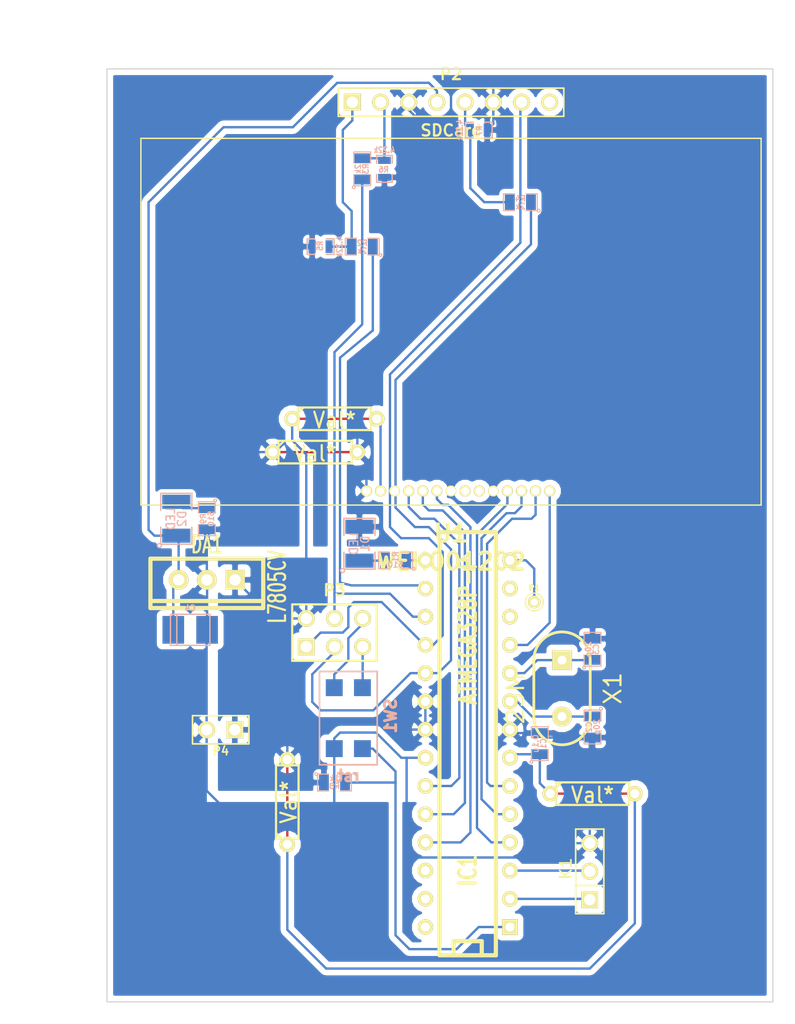
<source format=kicad_pcb>
(kicad_pcb (version 3) (host pcbnew "(2013-may-18)-stable")

  (general
    (links 72)
    (no_connects 2)
    (area 104.000002 38.150001 176.000001 130.000001)
    (thickness 1.6)
    (drawings 6)
    (tracks 260)
    (zones 0)
    (modules 29)
    (nets 27)
  )

  (page A4)
  (title_block 
    (title "Sofy Half Board")
    (rev A0)
  )

  (layers
    (15 F.Cu signal)
    (0 B.Cu signal)
    (16 B.Adhes user)
    (17 F.Adhes user)
    (18 B.Paste user)
    (19 F.Paste user)
    (20 B.SilkS user)
    (21 F.SilkS user)
    (22 B.Mask user)
    (23 F.Mask user)
    (24 Dwgs.User user)
    (25 Cmts.User user)
    (26 Eco1.User user)
    (27 Eco2.User user)
    (28 Edge.Cuts user)
  )

  (setup
    (last_trace_width 0.21)
    (trace_clearance 0.2)
    (zone_clearance 0.508)
    (zone_45_only no)
    (trace_min 0.2)
    (segment_width 0.2)
    (edge_width 0.1)
    (via_size 0.8)
    (via_drill 0.5)
    (via_min_size 0.6)
    (via_min_drill 0.3)
    (uvia_size 0.508)
    (uvia_drill 0.127)
    (uvias_allowed no)
    (uvia_min_size 0.508)
    (uvia_min_drill 0.127)
    (pcb_text_width 0.3)
    (pcb_text_size 1.5 1.5)
    (mod_edge_width 0.15)
    (mod_text_size 1 1)
    (mod_text_width 0.15)
    (pad_size 1.00076 1.00076)
    (pad_drill 0)
    (pad_to_mask_clearance 0)
    (aux_axis_origin 0 0)
    (visible_elements FFFF7FBF)
    (pcbplotparams
      (layerselection 3178497)
      (usegerberextensions true)
      (excludeedgelayer true)
      (linewidth 0.150000)
      (plotframeref false)
      (viasonmask false)
      (mode 1)
      (useauxorigin false)
      (hpglpennumber 1)
      (hpglpenspeed 20)
      (hpglpendiameter 15)
      (hpglpenoverlay 2)
      (psnegative false)
      (psa4output false)
      (plotreference true)
      (plotvalue true)
      (plotothertext true)
      (plotinvisibletext false)
      (padsonsilk false)
      (subtractmaskfromsilk false)
      (outputformat 1)
      (mirror false)
      (drillshape 1)
      (scaleselection 1)
      (outputdirectory ""))
  )

  (net 0 "")
  (net 1 +3.3V)
  (net 2 GND)
  (net 3 N-000001)
  (net 4 N-0000013)
  (net 5 N-0000016)
  (net 6 N-000002)
  (net 7 N-0000021)
  (net 8 N-0000022)
  (net 9 N-0000023)
  (net 10 N-0000024)
  (net 11 N-0000025)
  (net 12 N-0000026)
  (net 13 N-0000027)
  (net 14 N-0000028)
  (net 15 N-000003)
  (net 16 N-0000031)
  (net 17 N-0000032)
  (net 18 N-0000033)
  (net 19 N-0000037)
  (net 20 N-000004)
  (net 21 N-000005)
  (net 22 N-000006)
  (net 23 N-000007)
  (net 24 N-000008)
  (net 25 N-000009)
  (net 26 VCC)

  (net_class Default "This is the default net class."
    (clearance 0.2)
    (trace_width 0.21)
    (via_dia 0.8)
    (via_drill 0.5)
    (uvia_dia 0.508)
    (uvia_drill 0.127)
    (add_net "")
    (add_net +3.3V)
    (add_net GND)
    (add_net N-000001)
    (add_net N-0000013)
    (add_net N-0000016)
    (add_net N-000002)
    (add_net N-0000021)
    (add_net N-0000022)
    (add_net N-0000023)
    (add_net N-0000024)
    (add_net N-0000025)
    (add_net N-0000026)
    (add_net N-0000027)
    (add_net N-0000028)
    (add_net N-000003)
    (add_net N-0000031)
    (add_net N-0000032)
    (add_net N-0000033)
    (add_net N-0000037)
    (add_net N-000004)
    (add_net N-000005)
    (add_net N-000006)
    (add_net N-000007)
    (add_net N-000008)
    (add_net N-000009)
    (add_net VCC)
  )

  (module R3 (layer F.Cu) (tedit 56E6B26D) (tstamp 56E76D96)
    (at 130.25 110 90)
    (descr "Resitance 3 pas")
    (tags R)
    (path R3)
    (autoplace_cost180 10)
    (fp_text reference R3 (at 0 0.127 90) (layer F.SilkS) hide
      (effects (font (size 1.397 1.27) (thickness 0.2032)))
    )
    (fp_text value Val* (at 0 0.127 90) (layer F.SilkS)
      (effects (font (size 1.397 1.27) (thickness 0.2032)))
    )
    (fp_line (start -3.81 0) (end -3.302 0) (layer F.SilkS) (width 0.2032))
    (fp_line (start 3.81 0) (end 3.302 0) (layer F.SilkS) (width 0.2032))
    (fp_line (start 3.302 0) (end 3.302 -1.016) (layer F.SilkS) (width 0.2032))
    (fp_line (start 3.302 -1.016) (end -3.302 -1.016) (layer F.SilkS) (width 0.2032))
    (fp_line (start -3.302 -1.016) (end -3.302 1.016) (layer F.SilkS) (width 0.2032))
    (fp_line (start -3.302 1.016) (end 3.302 1.016) (layer F.SilkS) (width 0.2032))
    (fp_line (start 3.302 1.016) (end 3.302 0) (layer F.SilkS) (width 0.2032))
    (fp_line (start -3.302 -0.508) (end -2.794 -1.016) (layer F.SilkS) (width 0.2032))
    (pad 1 thru_hole circle (at -3.81 0 90) (size 1.397 1.397) (drill 0.8128)
      (layers *.Cu *.Mask F.SilkS)
      (net 26 VCC)
    )
    (pad 2 thru_hole circle (at 3.81 0 90) (size 1.397 1.397) (drill 0.8128)
      (layers *.Cu *.Mask F.SilkS)
      (net 26 VCC)
    )
    (model discret/resistor.wrl
      (at (xyz 0 0 0))
      (scale (xyz 0.3 0.3 0.3))
      (rotate (xyz 0 0 0))
    )
  )

  (module R3 (layer F.Cu) (tedit 56E6B26D) (tstamp 56E76D75)
    (at 157.75 109.25)
    (descr "Resitance 3 pas")
    (tags R)
    (path R3)
    (autoplace_cost180 10)
    (fp_text reference R3 (at 0 0.127) (layer F.SilkS) hide
      (effects (font (size 1.397 1.27) (thickness 0.2032)))
    )
    (fp_text value Val* (at 0 0.127) (layer F.SilkS)
      (effects (font (size 1.397 1.27) (thickness 0.2032)))
    )
    (fp_line (start -3.81 0) (end -3.302 0) (layer F.SilkS) (width 0.2032))
    (fp_line (start 3.81 0) (end 3.302 0) (layer F.SilkS) (width 0.2032))
    (fp_line (start 3.302 0) (end 3.302 -1.016) (layer F.SilkS) (width 0.2032))
    (fp_line (start 3.302 -1.016) (end -3.302 -1.016) (layer F.SilkS) (width 0.2032))
    (fp_line (start -3.302 -1.016) (end -3.302 1.016) (layer F.SilkS) (width 0.2032))
    (fp_line (start -3.302 1.016) (end 3.302 1.016) (layer F.SilkS) (width 0.2032))
    (fp_line (start 3.302 1.016) (end 3.302 0) (layer F.SilkS) (width 0.2032))
    (fp_line (start -3.302 -0.508) (end -2.794 -1.016) (layer F.SilkS) (width 0.2032))
    (pad 1 thru_hole circle (at -3.81 0) (size 1.397 1.397) (drill 0.8128)
      (layers *.Cu *.Mask F.SilkS)
      (net 26 VCC)
    )
    (pad 2 thru_hole circle (at 3.81 0) (size 1.397 1.397) (drill 0.8128)
      (layers *.Cu *.Mask F.SilkS)
      (net 26 VCC)
    )
    (model discret/resistor.wrl
      (at (xyz 0 0 0))
      (scale (xyz 0.3 0.3 0.3))
      (rotate (xyz 0 0 0))
    )
  )

  (module R3 (layer F.Cu) (tedit 56E6B28F) (tstamp 56E76D19)
    (at 132.75 78.5)
    (descr "Resitance 3 pas")
    (tags R)
    (path R3)
    (autoplace_cost180 10)
    (fp_text reference R3 (at 0 0.127) (layer F.SilkS) hide
      (effects (font (size 1.397 1.27) (thickness 0.2032)))
    )
    (fp_text value Val* (at 0 0.127) (layer F.SilkS)
      (effects (font (size 1.397 1.27) (thickness 0.2032)))
    )
    (fp_line (start -3.81 0) (end -3.302 0) (layer F.SilkS) (width 0.2032))
    (fp_line (start 3.81 0) (end 3.302 0) (layer F.SilkS) (width 0.2032))
    (fp_line (start 3.302 0) (end 3.302 -1.016) (layer F.SilkS) (width 0.2032))
    (fp_line (start 3.302 -1.016) (end -3.302 -1.016) (layer F.SilkS) (width 0.2032))
    (fp_line (start -3.302 -1.016) (end -3.302 1.016) (layer F.SilkS) (width 0.2032))
    (fp_line (start -3.302 1.016) (end 3.302 1.016) (layer F.SilkS) (width 0.2032))
    (fp_line (start 3.302 1.016) (end 3.302 0) (layer F.SilkS) (width 0.2032))
    (fp_line (start -3.302 -0.508) (end -2.794 -1.016) (layer F.SilkS) (width 0.2032))
    (pad 1 thru_hole circle (at -3.81 0) (size 1.397 1.397) (drill 0.8128)
      (layers *.Cu *.Mask F.SilkS)
      (net 2 GND)
    )
    (pad 2 thru_hole circle (at 3.81 0) (size 1.397 1.397) (drill 0.8128)
      (layers *.Cu *.Mask F.SilkS)
      (net 2 GND)
    )
    (model discret/resistor.wrl
      (at (xyz 0 0 0))
      (scale (xyz 0.3 0.3 0.3))
      (rotate (xyz 0 0 0))
    )
  )

  (module VALVE-GLIMM   placed (layer F.Cu) (tedit 489BFF03) (tstamp 56E6A543)
    (at 155 98.5 270)
    (path /56E603EC)
    (attr virtual)
    (fp_text reference X1 (at 1.27 -4.572 270) (layer F.SilkS)
      (effects (font (size 1.524 1.524) (thickness 0.2032)))
    )
    (fp_text value 25M (at 2.18186 4.191 270) (layer F.SilkS)
      (effects (font (size 1.524 1.524) (thickness 0.2032)))
    )
    (fp_line (start -1.27 -2.54) (end 3.81 -2.54) (layer F.SilkS) (width 0.254))
    (fp_line (start -1.27 2.54) (end 3.81 2.54) (layer F.SilkS) (width 0.254))
    (fp_arc (start -1.27 0) (end -1.27 2.54) (angle 180) (layer F.SilkS) (width 0.254))
    (fp_arc (start 3.81 0) (end 3.81 -2.54) (angle 180) (layer F.SilkS) (width 0.254))
    (pad 1 thru_hole rect (at -1.27 0 270) (size 1.778 1.778) (drill 0.79756)
      (layers *.Cu F.Paste F.SilkS F.Mask)
      (net 16 N-0000031)
    )
    (pad 2 thru_hole circle (at 3.81 0 270) (size 1.778 1.778) (drill 0.79756)
      (layers *.Cu F.Paste F.SilkS F.Mask)
      (net 14 N-0000028)
    )
  )

  (module TO220_VERT_NORM   placed (layer F.Cu) (tedit 5481A02C) (tstamp 56E6A551)
    (at 123 90 270)
    (descr TO220)
    (tags TO220)
    (path /56E6A647)
    (fp_text reference DA1 (at -3.175 0 360) (layer F.SilkS)
      (effects (font (size 1.524 1.016) (thickness 0.2032)))
    )
    (fp_text value L7805CV (at 0.635 -6.35 270) (layer F.SilkS)
      (effects (font (size 1.524 1.016) (thickness 0.2032)))
    )
    (fp_line (start 1.905 -5.08) (end 2.54 -5.08) (layer F.SilkS) (width 0.381))
    (fp_line (start 2.54 -5.08) (end 2.54 5.08) (layer F.SilkS) (width 0.381))
    (fp_line (start 2.54 5.08) (end 1.905 5.08) (layer F.SilkS) (width 0.381))
    (fp_line (start -1.905 -5.08) (end 1.905 -5.08) (layer F.SilkS) (width 0.381))
    (fp_line (start 1.905 -5.08) (end 1.905 5.08) (layer F.SilkS) (width 0.381))
    (fp_line (start 1.905 5.08) (end -1.905 5.08) (layer F.SilkS) (width 0.381))
    (fp_line (start -1.905 5.08) (end -1.905 -5.08) (layer F.SilkS) (width 0.381))
    (pad 1 thru_hole rect (at 0 -2.54 270) (size 1.778 1.778) (drill 1.016)
      (layers *.Cu *.Mask F.SilkS)
      (net 26 VCC)
    )
    (pad 2 thru_hole circle (at 0 0 270) (size 1.778 1.778) (drill 1.016)
      (layers *.Cu *.Mask F.SilkS)
      (net 2 GND)
    )
    (pad 3 thru_hole circle (at 0 2.54 270) (size 1.778 1.778) (drill 1.016)
      (layers *.Cu *.Mask F.SilkS)
      (net 1 +3.3V)
    )
  )

  (module SM1210   placed (layer B.Cu) (tedit 42806E94) (tstamp 56E6A55E)
    (at 120.25 84.5 90)
    (tags "CMS SM")
    (path /56E6A966)
    (attr smd)
    (fp_text reference D2 (at 0 0.508 90) (layer B.SilkS)
      (effects (font (size 0.762 0.762) (thickness 0.127)) (justify mirror))
    )
    (fp_text value LED (at 0 -0.508 90) (layer B.SilkS)
      (effects (font (size 0.762 0.762) (thickness 0.127)) (justify mirror))
    )
    (fp_circle (center -2.413 -1.524) (end -2.286 -1.397) (layer B.SilkS) (width 0.127))
    (fp_line (start -0.762 1.397) (end -2.286 1.397) (layer B.SilkS) (width 0.127))
    (fp_line (start -2.286 1.397) (end -2.286 -1.397) (layer B.SilkS) (width 0.127))
    (fp_line (start -2.286 -1.397) (end -0.762 -1.397) (layer B.SilkS) (width 0.127))
    (fp_line (start 0.762 -1.397) (end 2.286 -1.397) (layer B.SilkS) (width 0.127))
    (fp_line (start 2.286 -1.397) (end 2.286 1.397) (layer B.SilkS) (width 0.127))
    (fp_line (start 2.286 1.397) (end 0.762 1.397) (layer B.SilkS) (width 0.127))
    (pad 1 smd rect (at -1.524 0 90) (size 1.27 2.54)
      (layers B.Cu B.Paste B.Mask)
      (net 1 +3.3V)
    )
    (pad 2 smd rect (at 1.524 0 90) (size 1.27 2.54)
      (layers B.Cu B.Paste B.Mask)
      (net 4 N-0000013)
    )
    (model smd/chip_cms.wrl
      (at (xyz 0 0 0))
      (scale (xyz 0.17 0.2 0.17))
      (rotate (xyz 0 0 0))
    )
  )

  (module SM1210   placed (layer B.Cu) (tedit 42806E94) (tstamp 56E6B1E1)
    (at 136.75 86.75 90)
    (tags "CMS SM")
    (path /56E603F0)
    (attr smd)
    (fp_text reference D1 (at 0 0.508 90) (layer B.SilkS)
      (effects (font (size 0.762 0.762) (thickness 0.127)) (justify mirror))
    )
    (fp_text value LED (at 0 -0.508 90) (layer B.SilkS)
      (effects (font (size 0.762 0.762) (thickness 0.127)) (justify mirror))
    )
    (fp_circle (center -2.413 -1.524) (end -2.286 -1.397) (layer B.SilkS) (width 0.127))
    (fp_line (start -0.762 1.397) (end -2.286 1.397) (layer B.SilkS) (width 0.127))
    (fp_line (start -2.286 1.397) (end -2.286 -1.397) (layer B.SilkS) (width 0.127))
    (fp_line (start -2.286 -1.397) (end -0.762 -1.397) (layer B.SilkS) (width 0.127))
    (fp_line (start 0.762 -1.397) (end 2.286 -1.397) (layer B.SilkS) (width 0.127))
    (fp_line (start 2.286 -1.397) (end 2.286 1.397) (layer B.SilkS) (width 0.127))
    (fp_line (start 2.286 1.397) (end 0.762 1.397) (layer B.SilkS) (width 0.127))
    (pad 1 smd rect (at -1.524 0 90) (size 1.27 2.54)
      (layers B.Cu B.Paste B.Mask)
      (net 7 N-0000021)
    )
    (pad 2 smd rect (at 1.524 0 90) (size 1.27 2.54)
      (layers B.Cu B.Paste B.Mask)
      (net 2 GND)
    )
    (model smd/chip_cms.wrl
      (at (xyz 0 0 0))
      (scale (xyz 0.17 0.2 0.17))
      (rotate (xyz 0 0 0))
    )
  )

  (module SM0805   placed (layer B.Cu) (tedit 5091495C) (tstamp 56E6A578)
    (at 137 60 180)
    (path /56E603ED)
    (attr smd)
    (fp_text reference R2 (at 0 0.3175 180) (layer B.SilkS)
      (effects (font (size 0.50038 0.50038) (thickness 0.10922)) (justify mirror))
    )
    (fp_text value 2k (at 0 -0.381 180) (layer B.SilkS)
      (effects (font (size 0.50038 0.50038) (thickness 0.10922)) (justify mirror))
    )
    (fp_circle (center -1.651 -0.762) (end -1.651 -0.635) (layer B.SilkS) (width 0.09906))
    (fp_line (start -0.508 -0.762) (end -1.524 -0.762) (layer B.SilkS) (width 0.09906))
    (fp_line (start -1.524 -0.762) (end -1.524 0.762) (layer B.SilkS) (width 0.09906))
    (fp_line (start -1.524 0.762) (end -0.508 0.762) (layer B.SilkS) (width 0.09906))
    (fp_line (start 0.508 0.762) (end 1.524 0.762) (layer B.SilkS) (width 0.09906))
    (fp_line (start 1.524 0.762) (end 1.524 -0.762) (layer B.SilkS) (width 0.09906))
    (fp_line (start 1.524 -0.762) (end 0.508 -0.762) (layer B.SilkS) (width 0.09906))
    (pad 1 smd rect (at -0.9525 0 180) (size 0.889 1.397)
      (layers B.Cu B.Paste B.Mask)
      (net 12 N-0000026)
    )
    (pad 2 smd rect (at 0.9525 0 180) (size 0.889 1.397)
      (layers B.Cu B.Paste B.Mask)
      (net 17 N-0000032)
    )
    (model smd/chip_cms.wrl
      (at (xyz 0 0 0))
      (scale (xyz 0.1 0.1 0.1))
      (rotate (xyz 0 0 0))
    )
  )

  (module SM0805   placed (layer B.Cu) (tedit 5091495C) (tstamp 56E6A585)
    (at 137 53 90)
    (path /56E603EE)
    (attr smd)
    (fp_text reference R3 (at 0 0.3175 90) (layer B.SilkS)
      (effects (font (size 0.50038 0.50038) (thickness 0.10922)) (justify mirror))
    )
    (fp_text value 2k (at 0 -0.381 90) (layer B.SilkS)
      (effects (font (size 0.50038 0.50038) (thickness 0.10922)) (justify mirror))
    )
    (fp_circle (center -1.651 -0.762) (end -1.651 -0.635) (layer B.SilkS) (width 0.09906))
    (fp_line (start -0.508 -0.762) (end -1.524 -0.762) (layer B.SilkS) (width 0.09906))
    (fp_line (start -1.524 -0.762) (end -1.524 0.762) (layer B.SilkS) (width 0.09906))
    (fp_line (start -1.524 0.762) (end -0.508 0.762) (layer B.SilkS) (width 0.09906))
    (fp_line (start 0.508 0.762) (end 1.524 0.762) (layer B.SilkS) (width 0.09906))
    (fp_line (start 1.524 0.762) (end 1.524 -0.762) (layer B.SilkS) (width 0.09906))
    (fp_line (start 1.524 -0.762) (end 0.508 -0.762) (layer B.SilkS) (width 0.09906))
    (pad 1 smd rect (at -0.9525 0 90) (size 0.889 1.397)
      (layers B.Cu B.Paste B.Mask)
      (net 11 N-0000025)
    )
    (pad 2 smd rect (at 0.9525 0 90) (size 0.889 1.397)
      (layers B.Cu B.Paste B.Mask)
      (net 10 N-0000024)
    )
    (model smd/chip_cms.wrl
      (at (xyz 0 0 0))
      (scale (xyz 0.1 0.1 0.1))
      (rotate (xyz 0 0 0))
    )
  )

  (module SM0805   placed (layer B.Cu) (tedit 5091495C) (tstamp 56E6A592)
    (at 151.25 56 180)
    (path /56E603EF)
    (attr smd)
    (fp_text reference R4 (at 0 0.3175 180) (layer B.SilkS)
      (effects (font (size 0.50038 0.50038) (thickness 0.10922)) (justify mirror))
    )
    (fp_text value 2k (at 0 -0.381 180) (layer B.SilkS)
      (effects (font (size 0.50038 0.50038) (thickness 0.10922)) (justify mirror))
    )
    (fp_circle (center -1.651 -0.762) (end -1.651 -0.635) (layer B.SilkS) (width 0.09906))
    (fp_line (start -0.508 -0.762) (end -1.524 -0.762) (layer B.SilkS) (width 0.09906))
    (fp_line (start -1.524 -0.762) (end -1.524 0.762) (layer B.SilkS) (width 0.09906))
    (fp_line (start -1.524 0.762) (end -0.508 0.762) (layer B.SilkS) (width 0.09906))
    (fp_line (start 0.508 0.762) (end 1.524 0.762) (layer B.SilkS) (width 0.09906))
    (fp_line (start 1.524 0.762) (end 1.524 -0.762) (layer B.SilkS) (width 0.09906))
    (fp_line (start 1.524 -0.762) (end 0.508 -0.762) (layer B.SilkS) (width 0.09906))
    (pad 1 smd rect (at -0.9525 0 180) (size 0.889 1.397)
      (layers B.Cu B.Paste B.Mask)
      (net 18 N-0000033)
    )
    (pad 2 smd rect (at 0.9525 0 180) (size 0.889 1.397)
      (layers B.Cu B.Paste B.Mask)
      (net 9 N-0000023)
    )
    (model smd/chip_cms.wrl
      (at (xyz 0 0 0))
      (scale (xyz 0.1 0.1 0.1))
      (rotate (xyz 0 0 0))
    )
  )

  (module SM0805   placed (layer B.Cu) (tedit 56E6B085) (tstamp 56E6A59F)
    (at 140 88.25 180)
    (path /56E603F1)
    (attr smd)
    (fp_text reference R1 (at 0 0.3175 270) (layer B.SilkS)
      (effects (font (size 0.50038 0.50038) (thickness 0.10922)) (justify mirror))
    )
    (fp_text value 510 (at 0 -0.381 180) (layer B.SilkS)
      (effects (font (size 0.50038 0.50038) (thickness 0.10922)) (justify mirror))
    )
    (fp_circle (center -1.651 -0.762) (end -1.651 -0.635) (layer B.SilkS) (width 0.09906))
    (fp_line (start -0.508 -0.762) (end -1.524 -0.762) (layer B.SilkS) (width 0.09906))
    (fp_line (start -1.524 -0.762) (end -1.524 0.762) (layer B.SilkS) (width 0.09906))
    (fp_line (start -1.524 0.762) (end -0.508 0.762) (layer B.SilkS) (width 0.09906))
    (fp_line (start 0.508 0.762) (end 1.524 0.762) (layer B.SilkS) (width 0.09906))
    (fp_line (start 1.524 0.762) (end 1.524 -0.762) (layer B.SilkS) (width 0.09906))
    (fp_line (start 1.524 -0.762) (end 0.508 -0.762) (layer B.SilkS) (width 0.09906))
    (pad 1 smd rect (at -0.9525 0 180) (size 0.889 1.397)
      (layers B.Cu B.Paste B.Mask)
      (net 19 N-0000037)
    )
    (pad 2 smd rect (at 0.9525 0 180) (size 0.889 1.397)
      (layers B.Cu B.Paste B.Mask)
      (net 7 N-0000021)
    )
    (model smd/chip_cms.wrl
      (at (xyz 0 0 0))
      (scale (xyz 0.1 0.1 0.1))
      (rotate (xyz 0 0 0))
    )
  )

  (module SM0805   placed (layer B.Cu) (tedit 5091495C) (tstamp 56E6A5AC)
    (at 134.5 108.25)
    (path /56E603F2)
    (attr smd)
    (fp_text reference R8 (at 0 0.3175) (layer B.SilkS)
      (effects (font (size 0.50038 0.50038) (thickness 0.10922)) (justify mirror))
    )
    (fp_text value 1k (at 0 -0.381) (layer B.SilkS)
      (effects (font (size 0.50038 0.50038) (thickness 0.10922)) (justify mirror))
    )
    (fp_circle (center -1.651 -0.762) (end -1.651 -0.635) (layer B.SilkS) (width 0.09906))
    (fp_line (start -0.508 -0.762) (end -1.524 -0.762) (layer B.SilkS) (width 0.09906))
    (fp_line (start -1.524 -0.762) (end -1.524 0.762) (layer B.SilkS) (width 0.09906))
    (fp_line (start -1.524 0.762) (end -0.508 0.762) (layer B.SilkS) (width 0.09906))
    (fp_line (start 0.508 0.762) (end 1.524 0.762) (layer B.SilkS) (width 0.09906))
    (fp_line (start 1.524 0.762) (end 1.524 -0.762) (layer B.SilkS) (width 0.09906))
    (fp_line (start 1.524 -0.762) (end 0.508 -0.762) (layer B.SilkS) (width 0.09906))
    (pad 1 smd rect (at -0.9525 0) (size 0.889 1.397)
      (layers B.Cu B.Paste B.Mask)
      (net 26 VCC)
    )
    (pad 2 smd rect (at 0.9525 0) (size 0.889 1.397)
      (layers B.Cu B.Paste B.Mask)
      (net 8 N-0000022)
    )
    (model smd/chip_cms.wrl
      (at (xyz 0 0 0))
      (scale (xyz 0.1 0.1 0.1))
      (rotate (xyz 0 0 0))
    )
  )

  (module SM0805   placed (layer B.Cu) (tedit 5091495C) (tstamp 56E6A5B9)
    (at 123 84.5 270)
    (path /56E6A96C)
    (attr smd)
    (fp_text reference R9 (at 0 0.3175 270) (layer B.SilkS)
      (effects (font (size 0.50038 0.50038) (thickness 0.10922)) (justify mirror))
    )
    (fp_text value 510 (at 0 -0.381 270) (layer B.SilkS)
      (effects (font (size 0.50038 0.50038) (thickness 0.10922)) (justify mirror))
    )
    (fp_circle (center -1.651 -0.762) (end -1.651 -0.635) (layer B.SilkS) (width 0.09906))
    (fp_line (start -0.508 -0.762) (end -1.524 -0.762) (layer B.SilkS) (width 0.09906))
    (fp_line (start -1.524 -0.762) (end -1.524 0.762) (layer B.SilkS) (width 0.09906))
    (fp_line (start -1.524 0.762) (end -0.508 0.762) (layer B.SilkS) (width 0.09906))
    (fp_line (start 0.508 0.762) (end 1.524 0.762) (layer B.SilkS) (width 0.09906))
    (fp_line (start 1.524 0.762) (end 1.524 -0.762) (layer B.SilkS) (width 0.09906))
    (fp_line (start 1.524 -0.762) (end 0.508 -0.762) (layer B.SilkS) (width 0.09906))
    (pad 1 smd rect (at -0.9525 0 270) (size 0.889 1.397)
      (layers B.Cu B.Paste B.Mask)
      (net 4 N-0000013)
    )
    (pad 2 smd rect (at 0.9525 0 270) (size 0.889 1.397)
      (layers B.Cu B.Paste B.Mask)
      (net 2 GND)
    )
    (model smd/chip_cms.wrl
      (at (xyz 0 0 0))
      (scale (xyz 0.1 0.1 0.1))
      (rotate (xyz 0 0 0))
    )
  )

  (module SM0805   placed (layer B.Cu) (tedit 5091495C) (tstamp 56E6A5C6)
    (at 153 104.75 90)
    (path /56E603FE)
    (attr smd)
    (fp_text reference C1 (at 0 0.3175 90) (layer B.SilkS)
      (effects (font (size 0.50038 0.50038) (thickness 0.10922)) (justify mirror))
    )
    (fp_text value 0.1u (at 0 -0.381 90) (layer B.SilkS)
      (effects (font (size 0.50038 0.50038) (thickness 0.10922)) (justify mirror))
    )
    (fp_circle (center -1.651 -0.762) (end -1.651 -0.635) (layer B.SilkS) (width 0.09906))
    (fp_line (start -0.508 -0.762) (end -1.524 -0.762) (layer B.SilkS) (width 0.09906))
    (fp_line (start -1.524 -0.762) (end -1.524 0.762) (layer B.SilkS) (width 0.09906))
    (fp_line (start -1.524 0.762) (end -0.508 0.762) (layer B.SilkS) (width 0.09906))
    (fp_line (start 0.508 0.762) (end 1.524 0.762) (layer B.SilkS) (width 0.09906))
    (fp_line (start 1.524 0.762) (end 1.524 -0.762) (layer B.SilkS) (width 0.09906))
    (fp_line (start 1.524 -0.762) (end 0.508 -0.762) (layer B.SilkS) (width 0.09906))
    (pad 1 smd rect (at -0.9525 0 90) (size 0.889 1.397)
      (layers B.Cu B.Paste B.Mask)
      (net 26 VCC)
    )
    (pad 2 smd rect (at 0.9525 0 90) (size 0.889 1.397)
      (layers B.Cu B.Paste B.Mask)
      (net 2 GND)
    )
    (model smd/chip_cms.wrl
      (at (xyz 0 0 0))
      (scale (xyz 0.1 0.1 0.1))
      (rotate (xyz 0 0 0))
    )
  )

  (module SM0805   placed (layer B.Cu) (tedit 5091495C) (tstamp 56E6A5D3)
    (at 157.75 96.25 90)
    (path /56E60436)
    (attr smd)
    (fp_text reference C3 (at 0 0.3175 90) (layer B.SilkS)
      (effects (font (size 0.50038 0.50038) (thickness 0.10922)) (justify mirror))
    )
    (fp_text value 20p (at 0 -0.381 90) (layer B.SilkS)
      (effects (font (size 0.50038 0.50038) (thickness 0.10922)) (justify mirror))
    )
    (fp_circle (center -1.651 -0.762) (end -1.651 -0.635) (layer B.SilkS) (width 0.09906))
    (fp_line (start -0.508 -0.762) (end -1.524 -0.762) (layer B.SilkS) (width 0.09906))
    (fp_line (start -1.524 -0.762) (end -1.524 0.762) (layer B.SilkS) (width 0.09906))
    (fp_line (start -1.524 0.762) (end -0.508 0.762) (layer B.SilkS) (width 0.09906))
    (fp_line (start 0.508 0.762) (end 1.524 0.762) (layer B.SilkS) (width 0.09906))
    (fp_line (start 1.524 0.762) (end 1.524 -0.762) (layer B.SilkS) (width 0.09906))
    (fp_line (start 1.524 -0.762) (end 0.508 -0.762) (layer B.SilkS) (width 0.09906))
    (pad 1 smd rect (at -0.9525 0 90) (size 0.889 1.397)
      (layers B.Cu B.Paste B.Mask)
      (net 16 N-0000031)
    )
    (pad 2 smd rect (at 0.9525 0 90) (size 0.889 1.397)
      (layers B.Cu B.Paste B.Mask)
      (net 2 GND)
    )
    (model smd/chip_cms.wrl
      (at (xyz 0 0 0))
      (scale (xyz 0.1 0.1 0.1))
      (rotate (xyz 0 0 0))
    )
  )

  (module SM0805   placed (layer B.Cu) (tedit 5091495C) (tstamp 56E6A5E0)
    (at 157.75 103.25 270)
    (path /56E60437)
    (attr smd)
    (fp_text reference C2 (at 0 0.3175 270) (layer B.SilkS)
      (effects (font (size 0.50038 0.50038) (thickness 0.10922)) (justify mirror))
    )
    (fp_text value 20p (at 0 -0.381 270) (layer B.SilkS)
      (effects (font (size 0.50038 0.50038) (thickness 0.10922)) (justify mirror))
    )
    (fp_circle (center -1.651 -0.762) (end -1.651 -0.635) (layer B.SilkS) (width 0.09906))
    (fp_line (start -0.508 -0.762) (end -1.524 -0.762) (layer B.SilkS) (width 0.09906))
    (fp_line (start -1.524 -0.762) (end -1.524 0.762) (layer B.SilkS) (width 0.09906))
    (fp_line (start -1.524 0.762) (end -0.508 0.762) (layer B.SilkS) (width 0.09906))
    (fp_line (start 0.508 0.762) (end 1.524 0.762) (layer B.SilkS) (width 0.09906))
    (fp_line (start 1.524 0.762) (end 1.524 -0.762) (layer B.SilkS) (width 0.09906))
    (fp_line (start 1.524 -0.762) (end 0.508 -0.762) (layer B.SilkS) (width 0.09906))
    (pad 1 smd rect (at -0.9525 0 270) (size 0.889 1.397)
      (layers B.Cu B.Paste B.Mask)
      (net 14 N-0000028)
    )
    (pad 2 smd rect (at 0.9525 0 270) (size 0.889 1.397)
      (layers B.Cu B.Paste B.Mask)
      (net 2 GND)
    )
    (model smd/chip_cms.wrl
      (at (xyz 0 0 0))
      (scale (xyz 0.1 0.1 0.1))
      (rotate (xyz 0 0 0))
    )
  )

  (module SM0603_Resistor   placed (layer B.Cu) (tedit 5051B21B) (tstamp 56E6A5EC)
    (at 133.25 60 180)
    (path /56E69D08)
    (attr smd)
    (fp_text reference R5 (at 0.0635 0.0635 450) (layer B.SilkS)
      (effects (font (size 0.50038 0.4572) (thickness 0.1143)) (justify mirror))
    )
    (fp_text value 4.22k (at -1.69926 0 450) (layer B.SilkS)
      (effects (font (size 0.508 0.4572) (thickness 0.1143)) (justify mirror))
    )
    (fp_line (start -0.50038 0.6985) (end -1.2065 0.6985) (layer B.SilkS) (width 0.127))
    (fp_line (start -1.2065 0.6985) (end -1.2065 -0.6985) (layer B.SilkS) (width 0.127))
    (fp_line (start -1.2065 -0.6985) (end -0.50038 -0.6985) (layer B.SilkS) (width 0.127))
    (fp_line (start 1.2065 0.6985) (end 0.50038 0.6985) (layer B.SilkS) (width 0.127))
    (fp_line (start 1.2065 0.6985) (end 1.2065 -0.6985) (layer B.SilkS) (width 0.127))
    (fp_line (start 1.2065 -0.6985) (end 0.50038 -0.6985) (layer B.SilkS) (width 0.127))
    (pad 1 smd rect (at -0.762 0 180) (size 0.635 1.143)
      (layers B.Cu B.Paste B.Mask)
      (net 17 N-0000032)
    )
    (pad 2 smd rect (at 0.762 0 180) (size 0.635 1.143)
      (layers B.Cu B.Paste B.Mask)
      (net 2 GND)
    )
    (model smd\resistors\R0603.wrl
      (at (xyz 0 0 0.001))
      (scale (xyz 0.5 0.5 0.5))
      (rotate (xyz 0 0 0))
    )
  )

  (module SM0603_Resistor   placed (layer B.Cu) (tedit 5051B21B) (tstamp 56E6A5F8)
    (at 139 53 270)
    (path /56E69D76)
    (attr smd)
    (fp_text reference R6 (at 0.0635 0.0635 540) (layer B.SilkS)
      (effects (font (size 0.50038 0.4572) (thickness 0.1143)) (justify mirror))
    )
    (fp_text value 4.22k (at -1.69926 0 540) (layer B.SilkS)
      (effects (font (size 0.508 0.4572) (thickness 0.1143)) (justify mirror))
    )
    (fp_line (start -0.50038 0.6985) (end -1.2065 0.6985) (layer B.SilkS) (width 0.127))
    (fp_line (start -1.2065 0.6985) (end -1.2065 -0.6985) (layer B.SilkS) (width 0.127))
    (fp_line (start -1.2065 -0.6985) (end -0.50038 -0.6985) (layer B.SilkS) (width 0.127))
    (fp_line (start 1.2065 0.6985) (end 0.50038 0.6985) (layer B.SilkS) (width 0.127))
    (fp_line (start 1.2065 0.6985) (end 1.2065 -0.6985) (layer B.SilkS) (width 0.127))
    (fp_line (start 1.2065 -0.6985) (end 0.50038 -0.6985) (layer B.SilkS) (width 0.127))
    (pad 1 smd rect (at -0.762 0 270) (size 0.635 1.143)
      (layers B.Cu B.Paste B.Mask)
      (net 10 N-0000024)
    )
    (pad 2 smd rect (at 0.762 0 270) (size 0.635 1.143)
      (layers B.Cu B.Paste B.Mask)
      (net 2 GND)
    )
    (model smd\resistors\R0603.wrl
      (at (xyz 0 0 0.001))
      (scale (xyz 0.5 0.5 0.5))
      (rotate (xyz 0 0 0))
    )
  )

  (module SM0603_Resistor   placed (layer B.Cu) (tedit 5051B21B) (tstamp 56E6A604)
    (at 147.5 49.5)
    (path /56E69DD7)
    (attr smd)
    (fp_text reference R7 (at 0.0635 0.0635 270) (layer B.SilkS)
      (effects (font (size 0.50038 0.4572) (thickness 0.1143)) (justify mirror))
    )
    (fp_text value 4.22k (at -1.69926 0 270) (layer B.SilkS)
      (effects (font (size 0.508 0.4572) (thickness 0.1143)) (justify mirror))
    )
    (fp_line (start -0.50038 0.6985) (end -1.2065 0.6985) (layer B.SilkS) (width 0.127))
    (fp_line (start -1.2065 0.6985) (end -1.2065 -0.6985) (layer B.SilkS) (width 0.127))
    (fp_line (start -1.2065 -0.6985) (end -0.50038 -0.6985) (layer B.SilkS) (width 0.127))
    (fp_line (start 1.2065 0.6985) (end 0.50038 0.6985) (layer B.SilkS) (width 0.127))
    (fp_line (start 1.2065 0.6985) (end 1.2065 -0.6985) (layer B.SilkS) (width 0.127))
    (fp_line (start 1.2065 -0.6985) (end 0.50038 -0.6985) (layer B.SilkS) (width 0.127))
    (pad 1 smd rect (at -0.762 0) (size 0.635 1.143)
      (layers B.Cu B.Paste B.Mask)
      (net 9 N-0000023)
    )
    (pad 2 smd rect (at 0.762 0) (size 0.635 1.143)
      (layers B.Cu B.Paste B.Mask)
      (net 2 GND)
    )
    (model smd\resistors\R0603.wrl
      (at (xyz 0 0 0.001))
      (scale (xyz 0.5 0.5 0.5))
      (rotate (xyz 0 0 0))
    )
  )

  (module PINTST   placed (layer F.Cu) (tedit 3D649DF9) (tstamp 56E6A60A)
    (at 152.5 92)
    (descr "module 1 pin (ou trou mecanique de percage)")
    (tags DEV)
    (path /56E603FB)
    (fp_text reference P1 (at 0 -1.26746) (layer F.SilkS)
      (effects (font (size 0.508 0.508) (thickness 0.127)))
    )
    (fp_text value CONN_1 (at 0 1.27) (layer F.SilkS) hide
      (effects (font (size 0.508 0.508) (thickness 0.127)))
    )
    (fp_circle (center 0 0) (end -0.254 -0.762) (layer F.SilkS) (width 0.127))
    (pad 1 thru_hole circle (at 0 0) (size 1.143 1.143) (drill 0.635)
      (layers *.Cu *.Mask F.SilkS)
      (net 25 N-000009)
    )
    (model pin_array/pin_array_1x1.wrl
      (at (xyz 0 0 0))
      (scale (xyz 1 1 1))
      (rotate (xyz 0 0 0))
    )
  )

  (module pin_array_8x1   placed (layer F.Cu) (tedit 53355F2F) (tstamp 56E6A61A)
    (at 145 47)
    (tags CONN)
    (path /56E603EB)
    (fp_text reference P2 (at 0 -2.54) (layer F.SilkS)
      (effects (font (size 1.016 1.016) (thickness 0.2032)))
    )
    (fp_text value SDCard (at 0 2.54) (layer F.SilkS)
      (effects (font (size 1.016 1.016) (thickness 0.2032)))
    )
    (fp_line (start 10.16 1.27) (end 10.16 -1.27) (layer F.SilkS) (width 0.15))
    (fp_line (start 10.16 -1.27) (end -10.16 -1.27) (layer F.SilkS) (width 0.15))
    (fp_line (start -10.16 -1.27) (end -10.16 1.27) (layer F.SilkS) (width 0.15))
    (fp_line (start -10.16 1.27) (end 10.16 1.27) (layer F.SilkS) (width 0.15))
    (pad 1 thru_hole rect (at -8.89 0) (size 1.524 1.524) (drill 1.016)
      (layers *.Cu *.Mask F.SilkS)
      (net 17 N-0000032)
    )
    (pad 2 thru_hole circle (at -6.35 0) (size 1.524 1.524) (drill 1.016)
      (layers *.Cu *.Mask F.SilkS)
      (net 10 N-0000024)
    )
    (pad 3 thru_hole circle (at -3.81 0) (size 1.524 1.524) (drill 1.016)
      (layers *.Cu *.Mask F.SilkS)
      (net 2 GND)
    )
    (pad 4 thru_hole circle (at -1.27 0) (size 1.524 1.524) (drill 1.016)
      (layers *.Cu *.Mask F.SilkS)
      (net 1 +3.3V)
    )
    (pad 5 thru_hole circle (at 1.27 0) (size 1.524 1.524) (drill 1.016)
      (layers *.Cu *.Mask F.SilkS)
      (net 9 N-0000023)
    )
    (pad 6 thru_hole circle (at 3.81 0) (size 1.524 1.524) (drill 1.016)
      (layers *.Cu *.Mask F.SilkS)
      (net 2 GND)
    )
    (pad 7 thru_hole circle (at 6.35 0) (size 1.524 1.524) (drill 1.016)
      (layers *.Cu *.Mask F.SilkS)
      (net 13 N-0000027)
    )
    (pad 8 thru_hole circle (at 8.89 0) (size 1.524 1.524) (drill 1.016)
      (layers *.Cu *.Mask F.SilkS)
    )
    (model pin_array/pins_array_8x2.wrl
      (at (xyz 0 0 0))
      (scale (xyz 1 1 1))
      (rotate (xyz 0 0 0))
    )
  )

  (module pin_array_3x2   placed (layer F.Cu) (tedit 42931587) (tstamp 56E6A628)
    (at 134.5 94.75)
    (descr "Double rangee de contacts 2 x 4 pins")
    (tags CONN)
    (path /56E603F8)
    (fp_text reference P3 (at 0 -3.81) (layer F.SilkS)
      (effects (font (size 1.016 1.016) (thickness 0.2032)))
    )
    (fp_text value ICSP (at 0 3.81) (layer F.SilkS) hide
      (effects (font (size 1.016 1.016) (thickness 0.2032)))
    )
    (fp_line (start 3.81 2.54) (end -3.81 2.54) (layer F.SilkS) (width 0.2032))
    (fp_line (start -3.81 -2.54) (end 3.81 -2.54) (layer F.SilkS) (width 0.2032))
    (fp_line (start 3.81 -2.54) (end 3.81 2.54) (layer F.SilkS) (width 0.2032))
    (fp_line (start -3.81 2.54) (end -3.81 -2.54) (layer F.SilkS) (width 0.2032))
    (pad 1 thru_hole rect (at -2.54 1.27) (size 1.524 1.524) (drill 1.016)
      (layers *.Cu *.Mask F.SilkS)
      (net 13 N-0000027)
    )
    (pad 2 thru_hole circle (at -2.54 -1.27) (size 1.524 1.524) (drill 1.016)
      (layers *.Cu *.Mask F.SilkS)
      (net 26 VCC)
    )
    (pad 3 thru_hole circle (at 0 1.27) (size 1.524 1.524) (drill 1.016)
      (layers *.Cu *.Mask F.SilkS)
      (net 18 N-0000033)
    )
    (pad 4 thru_hole circle (at 0 -1.27) (size 1.524 1.524) (drill 1.016)
      (layers *.Cu *.Mask F.SilkS)
      (net 11 N-0000025)
    )
    (pad 5 thru_hole circle (at 2.54 1.27) (size 1.524 1.524) (drill 1.016)
      (layers *.Cu *.Mask F.SilkS)
      (net 8 N-0000022)
    )
    (pad 6 thru_hole circle (at 2.54 -1.27) (size 1.524 1.524) (drill 1.016)
      (layers *.Cu *.Mask F.SilkS)
      (net 2 GND)
    )
    (model pin_array/pins_array_3x2.wrl
      (at (xyz 0 0 0))
      (scale (xyz 1 1 1))
      (rotate (xyz 0 0 0))
    )
  )

  (module PIN_ARRAY_3X1   placed (layer F.Cu) (tedit 4C1130E0) (tstamp 56E6A642)
    (at 157.5 116.25 90)
    (descr "Connecteur 3 pins")
    (tags "CONN DEV")
    (path /56E69A84)
    (fp_text reference K1 (at 0.254 -2.159 90) (layer F.SilkS)
      (effects (font (size 1.016 1.016) (thickness 0.1524)))
    )
    (fp_text value UART (at 0 -2.159 90) (layer F.SilkS) hide
      (effects (font (size 1.016 1.016) (thickness 0.1524)))
    )
    (fp_line (start -3.81 1.27) (end -3.81 -1.27) (layer F.SilkS) (width 0.1524))
    (fp_line (start -3.81 -1.27) (end 3.81 -1.27) (layer F.SilkS) (width 0.1524))
    (fp_line (start 3.81 -1.27) (end 3.81 1.27) (layer F.SilkS) (width 0.1524))
    (fp_line (start 3.81 1.27) (end -3.81 1.27) (layer F.SilkS) (width 0.1524))
    (fp_line (start -1.27 -1.27) (end -1.27 1.27) (layer F.SilkS) (width 0.1524))
    (pad 1 thru_hole rect (at -2.54 0 90) (size 1.524 1.524) (drill 1.016)
      (layers *.Cu *.Mask F.SilkS)
      (net 6 N-000002)
    )
    (pad 2 thru_hole circle (at 0 0 90) (size 1.524 1.524) (drill 1.016)
      (layers *.Cu *.Mask F.SilkS)
      (net 3 N-000001)
    )
    (pad 3 thru_hole circle (at 2.54 0 90) (size 1.524 1.524) (drill 1.016)
      (layers *.Cu *.Mask F.SilkS)
      (net 2 GND)
    )
    (model pin_array/pins_array_3x1.wrl
      (at (xyz 0 0 0))
      (scale (xyz 1 1 1))
      (rotate (xyz 0 0 0))
    )
  )

  (module "OLED DISPLAY"   placed (layer F.Cu) (tedit 56E6AD30) (tstamp 56E6A659)
    (at 145 82)
    (path /56E6A4FF)
    (fp_text reference U1 (at 0 3.81) (layer F.SilkS)
      (effects (font (size 1.524 1.524) (thickness 0.3048)))
    )
    (fp_text value WEH001202 (at 0 6.35) (layer F.SilkS)
      (effects (font (size 1.524 1.524) (thickness 0.3048)))
    )
    (fp_line (start -27.94 -15.24) (end -27.94 -31.75) (layer F.SilkS) (width 0.127))
    (fp_line (start -27.94 -31.75) (end 27.94 -31.75) (layer F.SilkS) (width 0.127))
    (fp_line (start 27.94 -31.75) (end 27.94 1.27) (layer F.SilkS) (width 0.127))
    (fp_line (start 27.94 1.27) (end -27.94 1.27) (layer F.SilkS) (width 0.127))
    (fp_line (start -27.94 1.27) (end -27.94 -15.24) (layer F.SilkS) (width 0.127))
    (pad 1 thru_hole circle (at -7.62 0) (size 1.00076 1.00076) (drill 0.70104)
      (layers *.Cu *.Mask F.SilkS)
      (net 2 GND)
    )
    (pad 2 thru_hole circle (at -6.35 0) (size 1.00076 1.00076) (drill 0.70104)
      (layers *.Cu *.Mask F.SilkS)
      (net 26 VCC)
    )
    (pad "" np_thru_hole circle (at -5.08 0) (size 1.00076 1.00076)
      (layers *.Mask F.SilkS)
    )
    (pad 4 thru_hole circle (at -3.81 0) (size 1.00076 1.00076) (drill 0.70104)
      (layers *.Cu *.Mask F.SilkS)
      (net 24 N-000008)
    )
    (pad 5 thru_hole circle (at -2.54 0) (size 1.00076 1.00076) (drill 0.70104)
      (layers *.Cu *.Mask F.SilkS)
      (net 23 N-000007)
    )
    (pad 6 thru_hole circle (at -1.27 0) (size 1.00076 1.00076) (drill 0.70104)
      (layers *.Cu *.Mask F.SilkS)
      (net 15 N-000003)
    )
    (pad "" np_thru_hole circle (at 0 0) (size 1.00076 1.00076)
      (layers *.Mask F.SilkS)
    )
    (pad 8 thru_hole circle (at 1.27 0) (size 1.00076 1.00076) (drill 0.70104)
      (layers *.Cu *.Mask F.SilkS)
    )
    (pad 9 thru_hole circle (at 2.54 0) (size 1.00076 1.00076) (drill 0.70104)
      (layers *.Cu *.Mask F.SilkS)
    )
    (pad "" np_thru_hole circle (at 3.81 0) (size 1.00076 1.00076)
      (layers *.Mask F.SilkS)
    )
    (pad 11 thru_hole circle (at 5.08 0) (size 1.00076 1.00076) (drill 0.70104)
      (layers *.Cu *.Mask F.SilkS)
      (net 22 N-000006)
    )
    (pad 12 thru_hole circle (at 6.35 0) (size 1.00076 1.00076) (drill 0.70104)
      (layers *.Cu *.Mask F.SilkS)
      (net 21 N-000005)
    )
    (pad 13 thru_hole circle (at 7.62 0) (size 1.00076 1.00076) (drill 0.70104)
      (layers *.Cu *.Mask F.SilkS)
      (net 20 N-000004)
    )
    (pad 14 thru_hole circle (at 8.89 0) (size 1.00076 1.00076) (drill 0.70104)
      (layers *.Cu *.Mask F.SilkS)
      (net 5 N-0000016)
    )
  )

  (module DIP-28__300   placed (layer F.Cu) (tedit 200000) (tstamp 56E6A680)
    (at 146.5 104.75 90)
    (descr "28 pins DIL package, round pads, width 300mil")
    (tags DIL)
    (path /56E603EA)
    (fp_text reference IC1 (at -11.43 0 90) (layer F.SilkS)
      (effects (font (size 1.524 1.143) (thickness 0.3048)))
    )
    (fp_text value ATMEGA328P-P (at 10.16 0 90) (layer F.SilkS)
      (effects (font (size 1.524 1.143) (thickness 0.3048)))
    )
    (fp_line (start -19.05 -2.54) (end 19.05 -2.54) (layer F.SilkS) (width 0.381))
    (fp_line (start 19.05 -2.54) (end 19.05 2.54) (layer F.SilkS) (width 0.381))
    (fp_line (start 19.05 2.54) (end -19.05 2.54) (layer F.SilkS) (width 0.381))
    (fp_line (start -19.05 2.54) (end -19.05 -2.54) (layer F.SilkS) (width 0.381))
    (fp_line (start -19.05 -1.27) (end -17.78 -1.27) (layer F.SilkS) (width 0.381))
    (fp_line (start -17.78 -1.27) (end -17.78 1.27) (layer F.SilkS) (width 0.381))
    (fp_line (start -17.78 1.27) (end -19.05 1.27) (layer F.SilkS) (width 0.381))
    (pad 2 thru_hole circle (at -13.97 3.81 90) (size 1.397 1.397) (drill 0.8128)
      (layers *.Cu *.Mask F.SilkS)
      (net 6 N-000002)
    )
    (pad 3 thru_hole circle (at -11.43 3.81 90) (size 1.397 1.397) (drill 0.8128)
      (layers *.Cu *.Mask F.SilkS)
      (net 3 N-000001)
    )
    (pad 4 thru_hole circle (at -8.89 3.81 90) (size 1.397 1.397) (drill 0.8128)
      (layers *.Cu *.Mask F.SilkS)
      (net 22 N-000006)
    )
    (pad 5 thru_hole circle (at -6.35 3.81 90) (size 1.397 1.397) (drill 0.8128)
      (layers *.Cu *.Mask F.SilkS)
      (net 21 N-000005)
    )
    (pad 6 thru_hole circle (at -3.81 3.81 90) (size 1.397 1.397) (drill 0.8128)
      (layers *.Cu *.Mask F.SilkS)
      (net 20 N-000004)
    )
    (pad 7 thru_hole circle (at -1.27 3.81 90) (size 1.397 1.397) (drill 0.8128)
      (layers *.Cu *.Mask F.SilkS)
      (net 26 VCC)
    )
    (pad 8 thru_hole circle (at 1.27 3.81 90) (size 1.397 1.397) (drill 0.8128)
      (layers *.Cu *.Mask F.SilkS)
      (net 2 GND)
    )
    (pad 9 thru_hole circle (at 3.81 3.81 90) (size 1.397 1.397) (drill 0.8128)
      (layers *.Cu *.Mask F.SilkS)
      (net 14 N-0000028)
    )
    (pad 10 thru_hole circle (at 6.35 3.81 90) (size 1.397 1.397) (drill 0.8128)
      (layers *.Cu *.Mask F.SilkS)
      (net 16 N-0000031)
    )
    (pad 11 thru_hole circle (at 8.89 3.81 90) (size 1.397 1.397) (drill 0.8128)
      (layers *.Cu *.Mask F.SilkS)
      (net 5 N-0000016)
    )
    (pad 12 thru_hole circle (at 11.43 3.81 90) (size 1.397 1.397) (drill 0.8128)
      (layers *.Cu *.Mask F.SilkS)
    )
    (pad 13 thru_hole circle (at 13.97 3.81 90) (size 1.397 1.397) (drill 0.8128)
      (layers *.Cu *.Mask F.SilkS)
    )
    (pad 14 thru_hole circle (at 16.51 3.81 90) (size 1.397 1.397) (drill 0.8128)
      (layers *.Cu *.Mask F.SilkS)
      (net 25 N-000009)
    )
    (pad 1 thru_hole rect (at -16.51 3.81 90) (size 1.397 1.397) (drill 0.8128)
      (layers *.Cu *.Mask F.SilkS)
      (net 8 N-0000022)
    )
    (pad 15 thru_hole circle (at 16.51 -3.81 90) (size 1.397 1.397) (drill 0.8128)
      (layers *.Cu *.Mask F.SilkS)
      (net 19 N-0000037)
    )
    (pad 16 thru_hole circle (at 13.97 -3.81 90) (size 1.397 1.397) (drill 0.8128)
      (layers *.Cu *.Mask F.SilkS)
      (net 12 N-0000026)
    )
    (pad 17 thru_hole circle (at 11.43 -3.81 90) (size 1.397 1.397) (drill 0.8128)
      (layers *.Cu *.Mask F.SilkS)
      (net 11 N-0000025)
    )
    (pad 18 thru_hole circle (at 8.89 -3.81 90) (size 1.397 1.397) (drill 0.8128)
      (layers *.Cu *.Mask F.SilkS)
      (net 13 N-0000027)
    )
    (pad 19 thru_hole circle (at 6.35 -3.81 90) (size 1.397 1.397) (drill 0.8128)
      (layers *.Cu *.Mask F.SilkS)
      (net 18 N-0000033)
    )
    (pad 20 thru_hole circle (at 3.81 -3.81 90) (size 1.397 1.397) (drill 0.8128)
      (layers *.Cu *.Mask F.SilkS)
      (net 26 VCC)
    )
    (pad 21 thru_hole circle (at 1.27 -3.81 90) (size 1.397 1.397) (drill 0.8128)
      (layers *.Cu *.Mask F.SilkS)
      (net 26 VCC)
    )
    (pad 22 thru_hole circle (at -1.27 -3.81 90) (size 1.397 1.397) (drill 0.8128)
      (layers *.Cu *.Mask F.SilkS)
      (net 2 GND)
    )
    (pad 23 thru_hole circle (at -3.81 -3.81 90) (size 1.397 1.397) (drill 0.8128)
      (layers *.Cu *.Mask F.SilkS)
      (net 24 N-000008)
    )
    (pad 24 thru_hole circle (at -6.35 -3.81 90) (size 1.397 1.397) (drill 0.8128)
      (layers *.Cu *.Mask F.SilkS)
      (net 23 N-000007)
    )
    (pad 25 thru_hole circle (at -8.89 -3.81 90) (size 1.397 1.397) (drill 0.8128)
      (layers *.Cu *.Mask F.SilkS)
      (net 15 N-000003)
    )
    (pad 26 thru_hole circle (at -11.43 -3.81 90) (size 1.397 1.397) (drill 0.8128)
      (layers *.Cu *.Mask F.SilkS)
    )
    (pad 27 thru_hole circle (at -13.97 -3.81 90) (size 1.397 1.397) (drill 0.8128)
      (layers *.Cu *.Mask F.SilkS)
    )
    (pad 28 thru_hole circle (at -16.51 -3.81 90) (size 1.397 1.397) (drill 0.8128)
      (layers *.Cu *.Mask F.SilkS)
    )
    (model dil/dil_28-w300.wrl
      (at (xyz 0 0 0))
      (scale (xyz 1 1 1))
      (rotate (xyz 0 0 0))
    )
  )

  (module c_tant_B   placed (layer B.Cu) (tedit 4D5D91C5) (tstamp 56E6A68B)
    (at 121.5 94.5 180)
    (descr "SMT capacitor, tantalum size B")
    (path /56E6A65B)
    (fp_text reference C4 (at 0 1.9685 180) (layer B.SilkS)
      (effects (font (size 0.50038 0.50038) (thickness 0.11938)) (justify mirror))
    )
    (fp_text value "47u x 6.3V" (at 0 -1.9685 180) (layer B.SilkS) hide
      (effects (font (size 0.50038 0.50038) (thickness 0.11938)) (justify mirror))
    )
    (fp_line (start 1.2065 1.397) (end 1.2065 -1.397) (layer B.SilkS) (width 0.127))
    (fp_line (start 1.778 1.397) (end -1.778 1.397) (layer B.SilkS) (width 0.127))
    (fp_line (start -1.778 1.397) (end -1.778 -1.397) (layer B.SilkS) (width 0.127))
    (fp_line (start -1.778 -1.397) (end 1.778 -1.397) (layer B.SilkS) (width 0.127))
    (fp_line (start 1.778 -1.397) (end 1.778 1.397) (layer B.SilkS) (width 0.127))
    (pad 1 smd rect (at 1.524 0 180) (size 1.95072 2.49936)
      (layers B.Cu B.Paste B.Mask)
      (net 1 +3.3V)
    )
    (pad 2 smd rect (at -1.524 0 180) (size 1.95072 2.49936)
      (layers B.Cu B.Paste B.Mask)
      (net 2 GND)
    )
    (model smd/capacitors/c_tant_B.wrl
      (at (xyz 0 0 0))
      (scale (xyz 1 1 1))
      (rotate (xyz 0 0 0))
    )
  )

  (module but_7914G   placed (layer B.Cu) (tedit 56E6AA4E) (tstamp 56E6A698)
    (at 135.75 102.25 180)
    (descr "Button BOURNS 7914G")
    (path /56E603F3)
    (fp_text reference SW1 (at -3.81 0 450) (layer B.SilkS)
      (effects (font (size 1.016 1.016) (thickness 0.254)) (justify mirror))
    )
    (fp_text value rst (at 0 -5.4 180) (layer B.SilkS)
      (effects (font (size 1.016 1.016) (thickness 0.254)) (justify mirror))
    )
    (fp_line (start 0 -4.4) (end 2.6 -4.4) (layer B.SilkS) (width 0.15))
    (fp_line (start 2.6 -4.4) (end 2.6 4) (layer B.SilkS) (width 0.15))
    (fp_line (start 2.6 4) (end -2.6 4) (layer B.SilkS) (width 0.15))
    (fp_line (start -2.6 4) (end -2.6 -4.4) (layer B.SilkS) (width 0.15))
    (fp_line (start -2.6 -4.4) (end 0 -4.4) (layer B.SilkS) (width 0.15))
    (pad 1 smd rect (at -1.27 2.54 180) (size 1.524 1.524)
      (layers B.Cu B.Paste B.Mask)
      (net 8 N-0000022)
    )
    (pad 2 smd rect (at 1.27 2.54 180) (size 1.524 1.524)
      (layers B.Cu B.Paste B.Mask)
      (net 2 GND)
    )
    (pad 1 smd rect (at -1.27 -2.9464 180) (size 1.524 1.524)
      (layers B.Cu B.Paste B.Mask)
      (net 8 N-0000022)
    )
    (pad 2 smd rect (at 1.27 -2.9464 180) (size 1.524 1.524)
      (layers B.Cu B.Paste B.Mask)
      (net 2 GND)
    )
  )

  (module PIN_ARRAY_2X1 (layer F.Cu) (tedit 4565C520) (tstamp 56E6A636)
    (at 124.25 103.5 180)
    (descr "Connecteurs 2 pins")
    (tags "CONN DEV")
    (path /56E6AB98)
    (fp_text reference P4 (at 0 -1.905 180) (layer F.SilkS)
      (effects (font (size 0.762 0.762) (thickness 0.1524)))
    )
    (fp_text value PWR (at 0 -1.905 180) (layer F.SilkS) hide
      (effects (font (size 0.762 0.762) (thickness 0.1524)))
    )
    (fp_line (start -2.54 1.27) (end -2.54 -1.27) (layer F.SilkS) (width 0.1524))
    (fp_line (start -2.54 -1.27) (end 2.54 -1.27) (layer F.SilkS) (width 0.1524))
    (fp_line (start 2.54 -1.27) (end 2.54 1.27) (layer F.SilkS) (width 0.1524))
    (fp_line (start 2.54 1.27) (end -2.54 1.27) (layer F.SilkS) (width 0.1524))
    (pad 1 thru_hole rect (at -1.27 0 180) (size 1.524 1.524) (drill 1.016)
      (layers *.Cu *.Mask F.SilkS)
      (net 26 VCC)
    )
    (pad 2 thru_hole circle (at 1.27 0 180) (size 1.524 1.524) (drill 1.016)
      (layers *.Cu *.Mask F.SilkS)
      (net 2 GND)
    )
    (model pin_array/pins_array_2x1.wrl
      (at (xyz 0 0 0))
      (scale (xyz 1 1 1))
      (rotate (xyz 0 0 0))
    )
  )

  (module R3 (layer F.Cu) (tedit 56E6B26D) (tstamp 56E76CF8)
    (at 134.5 75.5)
    (descr "Resitance 3 pas")
    (tags R)
    (path R3)
    (autoplace_cost180 10)
    (fp_text reference R3 (at 0 0.127) (layer F.SilkS) hide
      (effects (font (size 1.397 1.27) (thickness 0.2032)))
    )
    (fp_text value Val* (at 0 0.127) (layer F.SilkS)
      (effects (font (size 1.397 1.27) (thickness 0.2032)))
    )
    (fp_line (start -3.81 0) (end -3.302 0) (layer F.SilkS) (width 0.2032))
    (fp_line (start 3.81 0) (end 3.302 0) (layer F.SilkS) (width 0.2032))
    (fp_line (start 3.302 0) (end 3.302 -1.016) (layer F.SilkS) (width 0.2032))
    (fp_line (start 3.302 -1.016) (end -3.302 -1.016) (layer F.SilkS) (width 0.2032))
    (fp_line (start -3.302 -1.016) (end -3.302 1.016) (layer F.SilkS) (width 0.2032))
    (fp_line (start -3.302 1.016) (end 3.302 1.016) (layer F.SilkS) (width 0.2032))
    (fp_line (start 3.302 1.016) (end 3.302 0) (layer F.SilkS) (width 0.2032))
    (fp_line (start -3.302 -0.508) (end -2.794 -1.016) (layer F.SilkS) (width 0.2032))
    (pad 1 thru_hole circle (at -3.81 0) (size 1.397 1.397) (drill 0.8128)
      (layers *.Cu *.Mask F.SilkS)
      (net 26 VCC)
    )
    (pad 2 thru_hole circle (at 3.81 0) (size 1.397 1.397) (drill 0.8128)
      (layers *.Cu *.Mask F.SilkS)
      (net 26 VCC)
    )
    (model discret/resistor.wrl
      (at (xyz 0 0 0))
      (scale (xyz 0.3 0.3 0.3))
      (rotate (xyz 0 0 0))
    )
  )

  (dimension 84 (width 0.3) (layer Dwgs.User)
    (gr_text "84.000 mm" (at 110.650001 86 270) (layer Dwgs.User)
      (effects (font (size 1.5 1.5) (thickness 0.3)))
    )
    (feature1 (pts (xy 114 128) (xy 109.300001 128)))
    (feature2 (pts (xy 114 44) (xy 109.300001 44)))
    (crossbar (pts (xy 112.000001 44) (xy 112.000001 128)))
    (arrow1a (pts (xy 112.000001 128) (xy 111.413581 126.873497)))
    (arrow1b (pts (xy 112.000001 128) (xy 112.586421 126.873497)))
    (arrow2a (pts (xy 112.000001 44) (xy 111.413581 45.126503)))
    (arrow2b (pts (xy 112.000001 44) (xy 112.586421 45.126503)))
  )
  (dimension 60 (width 0.3) (layer Dwgs.User)
    (gr_text "60.000 mm" (at 144 39.650001) (layer Dwgs.User)
      (effects (font (size 1.5 1.5) (thickness 0.3)))
    )
    (feature1 (pts (xy 174 44) (xy 174 38.300001)))
    (feature2 (pts (xy 114 44) (xy 114 38.300001)))
    (crossbar (pts (xy 114 41.000001) (xy 174 41.000001)))
    (arrow1a (pts (xy 174 41.000001) (xy 172.873497 41.586421)))
    (arrow1b (pts (xy 174 41.000001) (xy 172.873497 40.413581)))
    (arrow2a (pts (xy 114 41.000001) (xy 115.126503 41.586421)))
    (arrow2b (pts (xy 114 41.000001) (xy 115.126503 40.413581)))
  )
  (gr_line (start 114 128) (end 114 44) (angle 90) (layer Edge.Cuts) (width 0.1))
  (gr_line (start 174 128) (end 114 128) (angle 90) (layer Edge.Cuts) (width 0.1))
  (gr_line (start 174 44) (end 174 128) (angle 90) (layer Edge.Cuts) (width 0.1))
  (gr_line (start 114 44) (end 174 44) (angle 90) (layer Edge.Cuts) (width 0.1))

  (segment (start 119.976 94.5) (end 119.976 90.484) (width 0.21) (layer B.Cu) (net 1) (status 30))
  (segment (start 119.976 90.484) (end 120.46 90) (width 0.21) (layer B.Cu) (net 1) (tstamp 56E6AE78) (status 30))
  (segment (start 120.46 90) (end 120.46 86.234) (width 0.21) (layer B.Cu) (net 1) (status 30))
  (segment (start 120.46 86.234) (end 120.25 86.024) (width 0.21) (layer B.Cu) (net 1) (tstamp 56E6AE75) (status 30))
  (segment (start 143.73 47) (end 143.73 45.98) (width 0.21) (layer B.Cu) (net 1) (status 10))
  (segment (start 118.274 86.024) (end 120.25 86.024) (width 0.21) (layer B.Cu) (net 1) (tstamp 56E6AC09) (status 20))
  (segment (start 117.75 85.5) (end 118.274 86.024) (width 0.21) (layer B.Cu) (net 1) (tstamp 56E6AC08))
  (segment (start 117.75 56) (end 117.75 85.5) (width 0.21) (layer B.Cu) (net 1) (tstamp 56E6AC06))
  (segment (start 124.5 49.25) (end 117.75 56) (width 0.21) (layer B.Cu) (net 1) (tstamp 56E6AC04))
  (segment (start 130.75 49.25) (end 124.5 49.25) (width 0.21) (layer B.Cu) (net 1) (tstamp 56E6AC02))
  (segment (start 134.75 45.25) (end 130.75 49.25) (width 0.21) (layer B.Cu) (net 1) (tstamp 56E6AC00))
  (segment (start 143 45.25) (end 134.75 45.25) (width 0.21) (layer B.Cu) (net 1) (tstamp 56E6ABFF))
  (segment (start 143.73 45.98) (end 143 45.25) (width 0.21) (layer B.Cu) (net 1) (tstamp 56E6ABFE))
  (segment (start 128.94 78.5) (end 136.56 78.5) (width 0.21) (layer F.Cu) (net 2))
  (segment (start 128.94 78.5) (end 126.5 78.5) (width 0.21) (layer B.Cu) (net 2) (status 10))
  (segment (start 139 53.762) (end 139 56.5) (width 0.21) (layer B.Cu) (net 2) (status 10))
  (segment (start 139 56.5) (end 140 57.5) (width 0.21) (layer B.Cu) (net 2) (tstamp 56E76D60))
  (segment (start 140 57.5) (end 140 67.75) (width 0.21) (layer B.Cu) (net 2) (tstamp 56E76D62))
  (segment (start 140 67.75) (end 136.56 71.19) (width 0.21) (layer B.Cu) (net 2) (tstamp 56E76D64))
  (segment (start 136.56 71.19) (end 136.56 78.5) (width 0.21) (layer B.Cu) (net 2) (tstamp 56E76D66) (status 20))
  (segment (start 137.38 82) (end 137.38 79.32) (width 0.21) (layer B.Cu) (net 2) (status 10))
  (segment (start 137.38 79.32) (end 136.56 78.5) (width 0.21) (layer B.Cu) (net 2) (tstamp 56E76D54) (status 20))
  (segment (start 136.75 85.226) (end 136.75 82.63) (width 0.21) (layer B.Cu) (net 2) (status 10))
  (segment (start 136.75 82.63) (end 137.38 82) (width 0.21) (layer B.Cu) (net 2) (tstamp 56E6B1E2) (status 20))
  (segment (start 148.81 47) (end 148.81 48.952) (width 0.21) (layer B.Cu) (net 2) (status 10))
  (segment (start 148.81 48.952) (end 148.262 49.5) (width 0.21) (layer B.Cu) (net 2) (tstamp 56E6B056) (status 20))
  (segment (start 157.5 113.71) (end 153.54 113.71) (width 0.21) (layer B.Cu) (net 2) (status 10))
  (segment (start 141 114.25) (end 141 106.02) (width 0.21) (layer B.Cu) (net 2) (tstamp 56E6AF4E))
  (segment (start 141.75 115) (end 141 114.25) (width 0.21) (layer B.Cu) (net 2) (tstamp 56E6AF4C))
  (segment (start 152.25 115) (end 141.75 115) (width 0.21) (layer B.Cu) (net 2) (tstamp 56E6AF47))
  (segment (start 153.54 113.71) (end 152.25 115) (width 0.21) (layer B.Cu) (net 2) (tstamp 56E6AF44))
  (segment (start 157.75 95.2975) (end 157.75 93.75) (width 0.21) (layer B.Cu) (net 2) (status 10))
  (segment (start 165.274 54.774) (end 165.274 86.226) (width 0.21) (layer B.Cu) (net 2) (tstamp 56E6AC1C))
  (segment (start 155.75 45.25) (end 165.274 54.774) (width 0.21) (layer B.Cu) (net 2) (tstamp 56E6AC1B))
  (segment (start 149.25 45.25) (end 155.75 45.25) (width 0.21) (layer B.Cu) (net 2) (tstamp 56E6AC19))
  (segment (start 148.81 45.69) (end 149.25 45.25) (width 0.21) (layer B.Cu) (net 2) (tstamp 56E6AC17))
  (segment (start 148.81 45.69) (end 148.81 45.81) (width 0.21) (layer B.Cu) (net 2))
  (segment (start 157.75 93.75) (end 165.274 86.226) (width 0.21) (layer B.Cu) (net 2) (tstamp 56E6AF02))
  (segment (start 123 85.4525) (end 124.2975 85.4525) (width 0.21) (layer B.Cu) (net 2) (status 10))
  (segment (start 129.5 60) (end 132.488 60) (width 0.21) (layer B.Cu) (net 2) (tstamp 56E6AE82) (status 20))
  (segment (start 126.5 63) (end 129.5 60) (width 0.21) (layer B.Cu) (net 2) (tstamp 56E6AE80))
  (segment (start 126.5 83.25) (end 126.5 78.5) (width 0.21) (layer B.Cu) (net 2) (tstamp 56E6AE7E))
  (segment (start 126.5 78.5) (end 126.5 63) (width 0.21) (layer B.Cu) (net 2) (tstamp 56E76D6C))
  (segment (start 124.2975 85.4525) (end 126.5 83.25) (width 0.21) (layer B.Cu) (net 2) (tstamp 56E6AE7D))
  (segment (start 123 90) (end 123 85.4525) (width 0.21) (layer B.Cu) (net 2) (status 30))
  (segment (start 139 53.762) (end 140.238 53.762) (width 0.21) (layer B.Cu) (net 2) (status 10))
  (segment (start 140.238 53.762) (end 142 52) (width 0.21) (layer B.Cu) (net 2) (tstamp 56E6AE4B))
  (segment (start 142 52) (end 142 48.5) (width 0.21) (layer B.Cu) (net 2) (tstamp 56E6AE4C))
  (segment (start 137.04 93.48) (end 137.04 93.96) (width 0.21) (layer B.Cu) (net 2) (status 30))
  (segment (start 134.48 98.52) (end 134.48 99.71) (width 0.21) (layer B.Cu) (net 2) (tstamp 56E6ADBF) (status 20))
  (segment (start 135.75 97.25) (end 134.48 98.52) (width 0.21) (layer B.Cu) (net 2) (tstamp 56E6ADBD))
  (segment (start 135.75 95.25) (end 135.75 97.25) (width 0.21) (layer B.Cu) (net 2) (tstamp 56E6ADBB))
  (segment (start 137.04 93.96) (end 135.75 95.25) (width 0.21) (layer B.Cu) (net 2) (tstamp 56E6ADBA) (status 10))
  (segment (start 123.024 94.5) (end 123.024 90.024) (width 0.21) (layer B.Cu) (net 2) (status 30))
  (segment (start 123.024 90.024) (end 123 90) (width 0.21) (layer B.Cu) (net 2) (tstamp 56E6ADA2) (status 30))
  (segment (start 122.98 103.5) (end 122.98 94.544) (width 0.21) (layer B.Cu) (net 2) (status 30))
  (segment (start 122.98 94.544) (end 123.024 94.5) (width 0.21) (layer B.Cu) (net 2) (tstamp 56E6AD9F) (status 30))
  (segment (start 134.48 105.1964) (end 134.48 110.23) (width 0.21) (layer B.Cu) (net 2) (status 10))
  (segment (start 122.98 108.98) (end 122.98 103.5) (width 0.21) (layer B.Cu) (net 2) (tstamp 56E6AD92) (status 20))
  (segment (start 125 111) (end 122.98 108.98) (width 0.21) (layer B.Cu) (net 2) (tstamp 56E6AD90))
  (segment (start 133.71 111) (end 125 111) (width 0.21) (layer B.Cu) (net 2) (tstamp 56E6AD8F))
  (segment (start 134.48 110.23) (end 133.71 111) (width 0.21) (layer B.Cu) (net 2) (tstamp 56E6AD8E))
  (segment (start 141.19 47) (end 141.19 47.69) (width 0.21) (layer B.Cu) (net 2) (status 30))
  (segment (start 148.81 45.81) (end 148.81 47) (width 0.21) (layer B.Cu) (net 2) (tstamp 56E6AC13) (status 20))
  (segment (start 148.25 45.25) (end 148.81 45.81) (width 0.21) (layer B.Cu) (net 2) (tstamp 56E6AC12))
  (segment (start 142 48.5) (end 144.5 48.5) (width 0.21) (layer B.Cu) (net 2) (tstamp 56E6AC0D))
  (segment (start 144.5 48.5) (end 145 48) (width 0.21) (layer B.Cu) (net 2) (tstamp 56E6AC0E))
  (segment (start 145 48) (end 145 46) (width 0.21) (layer B.Cu) (net 2) (tstamp 56E6AC0F))
  (segment (start 145 46) (end 145.75 45.25) (width 0.21) (layer B.Cu) (net 2) (tstamp 56E6AC10))
  (segment (start 145.75 45.25) (end 148.25 45.25) (width 0.21) (layer B.Cu) (net 2) (tstamp 56E6AC11))
  (segment (start 141.19 47.69) (end 142 48.5) (width 0.21) (layer B.Cu) (net 2) (tstamp 56E6AC0C) (status 10))
  (segment (start 157.75 95.2975) (end 158.7975 95.2975) (width 0.21) (layer B.Cu) (net 2) (status 10))
  (segment (start 159.0475 104.2025) (end 157.75 104.2025) (width 0.21) (layer B.Cu) (net 2) (tstamp 56E6AAB9) (status 20))
  (segment (start 159.5 103.75) (end 159.0475 104.2025) (width 0.21) (layer B.Cu) (net 2) (tstamp 56E6AAB8))
  (segment (start 159.5 96) (end 159.5 103.75) (width 0.21) (layer B.Cu) (net 2) (tstamp 56E6AAB7))
  (segment (start 158.7975 95.2975) (end 159.5 96) (width 0.21) (layer B.Cu) (net 2) (tstamp 56E6AAB6))
  (segment (start 157.5 113.71) (end 157.5 104.4525) (width 0.21) (layer B.Cu) (net 2) (status 30))
  (segment (start 157.5 104.4525) (end 157.75 104.2025) (width 0.21) (layer B.Cu) (net 2) (tstamp 56E6AAB3) (status 30))
  (segment (start 153 103.7975) (end 150.6275 103.7975) (width 0.21) (layer B.Cu) (net 2) (status 30))
  (segment (start 150.6275 103.7975) (end 150.31 103.48) (width 0.21) (layer B.Cu) (net 2) (tstamp 56E6AAAD) (status 30))
  (segment (start 157.75 104.2025) (end 153.405 104.2025) (width 0.21) (layer B.Cu) (net 2) (status 30))
  (segment (start 153.405 104.2025) (end 153 103.7975) (width 0.21) (layer B.Cu) (net 2) (tstamp 56E6AAAA) (status 30))
  (segment (start 134.48 105.1964) (end 134.48 104.27) (width 0.21) (layer B.Cu) (net 2) (status 10))
  (segment (start 140.52 106.02) (end 141 106.02) (width 0.21) (layer B.Cu) (net 2) (tstamp 56E6AA43))
  (segment (start 138.25 103.75) (end 140.52 106.02) (width 0.21) (layer B.Cu) (net 2) (tstamp 56E6AA41))
  (segment (start 135 103.75) (end 138.25 103.75) (width 0.21) (layer B.Cu) (net 2) (tstamp 56E6AA40))
  (segment (start 134.48 104.27) (end 135 103.75) (width 0.21) (layer B.Cu) (net 2) (tstamp 56E6AA3F))
  (segment (start 141 106.02) (end 142.69 106.02) (width 0.21) (layer B.Cu) (net 2) (tstamp 56E6AF52) (status 20))
  (segment (start 150.31 116.18) (end 157.43 116.18) (width 0.21) (layer B.Cu) (net 3) (status 30))
  (segment (start 157.43 116.18) (end 157.5 116.25) (width 0.21) (layer B.Cu) (net 3) (tstamp 56E6AF1D) (status 30))
  (segment (start 123 83.5475) (end 120.8215 83.5475) (width 0.21) (layer B.Cu) (net 4) (status 30))
  (segment (start 120.8215 83.5475) (end 120.25 82.976) (width 0.21) (layer B.Cu) (net 4) (tstamp 56E6AE72) (status 30))
  (segment (start 150.31 95.86) (end 151.89 95.86) (width 0.21) (layer B.Cu) (net 5) (status 10))
  (segment (start 153.89 93.86) (end 153.89 82) (width 0.21) (layer B.Cu) (net 5) (tstamp 56E6A941) (status 20))
  (segment (start 151.89 95.86) (end 153.89 93.86) (width 0.21) (layer B.Cu) (net 5) (tstamp 56E6A93F))
  (segment (start 150.31 118.72) (end 157.43 118.72) (width 0.21) (layer B.Cu) (net 6) (status 30))
  (segment (start 157.43 118.72) (end 157.5 118.79) (width 0.21) (layer B.Cu) (net 6) (tstamp 56E6AF20) (status 30))
  (segment (start 136.75 88.274) (end 139.0235 88.274) (width 0.21) (layer B.Cu) (net 7) (status 30))
  (segment (start 139.0235 88.274) (end 139.0475 88.25) (width 0.21) (layer B.Cu) (net 7) (tstamp 56E6B1E5) (status 30))
  (segment (start 135.4525 108.25) (end 140 108.25) (width 0.21) (layer B.Cu) (net 8) (status 10))
  (segment (start 137.02 105.1964) (end 137.9464 105.1964) (width 0.21) (layer B.Cu) (net 8) (status 10))
  (segment (start 147.49 121.26) (end 150.31 121.26) (width 0.21) (layer B.Cu) (net 8) (tstamp 56E6AA87) (status 20))
  (segment (start 145.5 123.25) (end 147.49 121.26) (width 0.21) (layer B.Cu) (net 8) (tstamp 56E6AA85))
  (segment (start 141.25 123.25) (end 145.5 123.25) (width 0.21) (layer B.Cu) (net 8) (tstamp 56E6AA83))
  (segment (start 140 122) (end 141.25 123.25) (width 0.21) (layer B.Cu) (net 8) (tstamp 56E6AA81))
  (segment (start 140 107.25) (end 140 108.25) (width 0.21) (layer B.Cu) (net 8) (tstamp 56E6AA7F))
  (segment (start 140 108.25) (end 140 122) (width 0.21) (layer B.Cu) (net 8) (tstamp 56E6AEBD))
  (segment (start 137.9464 105.1964) (end 140 107.25) (width 0.21) (layer B.Cu) (net 8) (tstamp 56E6AA7D))
  (segment (start 137.04 96.02) (end 137.04 99.69) (width 0.21) (layer B.Cu) (net 8) (status 30))
  (segment (start 137.04 99.69) (end 137.02 99.71) (width 0.21) (layer B.Cu) (net 8) (tstamp 56E6AA32) (status 30))
  (segment (start 146.738 49.5) (end 146.738 54.738) (width 0.21) (layer B.Cu) (net 9) (status 10))
  (segment (start 148 56) (end 150.2975 56) (width 0.21) (layer B.Cu) (net 9) (tstamp 56E6B05B) (status 20))
  (segment (start 146.738 54.738) (end 148 56) (width 0.21) (layer B.Cu) (net 9) (tstamp 56E6B059))
  (segment (start 146.27 47) (end 146.27 49.032) (width 0.21) (layer B.Cu) (net 9) (status 10))
  (segment (start 146.27 49.032) (end 146.738 49.5) (width 0.21) (layer B.Cu) (net 9) (tstamp 56E6B052) (status 20))
  (segment (start 139 52.238) (end 139 47.35) (width 0.21) (layer B.Cu) (net 10) (status 30))
  (segment (start 139 47.35) (end 138.65 47) (width 0.21) (layer B.Cu) (net 10) (tstamp 56E6AE48) (status 30))
  (segment (start 137 52.0475) (end 138.8095 52.0475) (width 0.21) (layer B.Cu) (net 10) (status 30))
  (segment (start 138.8095 52.0475) (end 139 52.238) (width 0.21) (layer B.Cu) (net 10) (tstamp 56E6AE45) (status 30))
  (segment (start 134.5 91.25) (end 139.5 91.25) (width 0.21) (layer B.Cu) (net 11))
  (segment (start 141.57 93.32) (end 142.69 93.32) (width 0.21) (layer B.Cu) (net 11) (tstamp 56E6ADA9) (status 20))
  (segment (start 139.5 91.25) (end 141.57 93.32) (width 0.21) (layer B.Cu) (net 11) (tstamp 56E6ADA8))
  (segment (start 137 53.9525) (end 137 67) (width 0.21) (layer B.Cu) (net 11) (status 10))
  (segment (start 134.5 69.5) (end 134.5 91.25) (width 0.21) (layer B.Cu) (net 11) (tstamp 56E6AC6E))
  (segment (start 134.5 91.25) (end 134.5 93.48) (width 0.21) (layer B.Cu) (net 11) (tstamp 56E6ADA6) (status 20))
  (segment (start 137 67) (end 134.5 69.5) (width 0.21) (layer B.Cu) (net 11) (tstamp 56E6AC6C))
  (segment (start 137.9525 60) (end 137.9525 67.5475) (width 0.21) (layer B.Cu) (net 12) (status 10))
  (segment (start 137.9525 67.5475) (end 135 70) (width 0.21) (layer B.Cu) (net 12) (tstamp 56E6AC91))
  (segment (start 135 70) (end 135 90.25) (width 0.21) (layer B.Cu) (net 12) (tstamp 56E6AC93))
  (segment (start 135 90.25) (end 136.03 90.5) (width 0.21) (layer B.Cu) (net 12) (tstamp 56E6AC95))
  (segment (start 136.03 90.5) (end 142.69 90.5) (width 0.21) (layer B.Cu) (net 12) (tstamp 56E6AC96) (status 20))
  (segment (start 142.69 95.86) (end 143.39 95.86) (width 0.21) (layer B.Cu) (net 13) (status 10))
  (segment (start 151.25 59.65) (end 151.25 47) (width 0.21) (layer B.Cu) (net 13) (tstamp 56E6B029) (status 20))
  (segment (start 139.5 71.5) (end 151.25 59.65) (width 0.21) (layer B.Cu) (net 13) (tstamp 56E6B026))
  (segment (start 139.5 85.25) (end 139.5 71.5) (width 0.21) (layer B.Cu) (net 13) (tstamp 56E6B023))
  (segment (start 140.5 86.25) (end 139.5 85.25) (width 0.21) (layer B.Cu) (net 13) (tstamp 56E6B021))
  (segment (start 143 86.25) (end 140.5 86.25) (width 0.21) (layer B.Cu) (net 13) (tstamp 56E6B01E))
  (segment (start 144.25 87.5) (end 143 86.25) (width 0.21) (layer B.Cu) (net 13) (tstamp 56E6B01C))
  (segment (start 144.25 95) (end 144.25 87.5) (width 0.21) (layer B.Cu) (net 13) (tstamp 56E6B019))
  (segment (start 143.39 95.86) (end 144.25 95) (width 0.21) (layer B.Cu) (net 13) (tstamp 56E6B016))
  (segment (start 131.96 96.02) (end 131.98 96.02) (width 0.21) (layer B.Cu) (net 13) (status 30))
  (segment (start 142.61 95.86) (end 142.69 95.86) (width 0.21) (layer B.Cu) (net 13) (tstamp 56E6ADB7) (status 30))
  (segment (start 138.75 92) (end 142.61 95.86) (width 0.21) (layer B.Cu) (net 13) (tstamp 56E6ADB5) (status 20))
  (segment (start 136.25 92) (end 138.75 92) (width 0.21) (layer B.Cu) (net 13) (tstamp 56E6ADB4))
  (segment (start 135.75 92.5) (end 136.25 92) (width 0.21) (layer B.Cu) (net 13) (tstamp 56E6ADB3))
  (segment (start 135.75 94.25) (end 135.75 92.5) (width 0.21) (layer B.Cu) (net 13) (tstamp 56E6ADB2))
  (segment (start 135.25 94.75) (end 135.75 94.25) (width 0.21) (layer B.Cu) (net 13) (tstamp 56E6ADB1))
  (segment (start 133.25 94.75) (end 135.25 94.75) (width 0.21) (layer B.Cu) (net 13) (tstamp 56E6ADAF))
  (segment (start 131.98 96.02) (end 133.25 94.75) (width 0.21) (layer B.Cu) (net 13) (tstamp 56E6ADAE) (status 10))
  (segment (start 155 102.31) (end 157.7375 102.31) (width 0.21) (layer B.Cu) (net 14) (status 30))
  (segment (start 157.7375 102.31) (end 157.75 102.2975) (width 0.21) (layer B.Cu) (net 14) (tstamp 56E6AAA7) (status 30))
  (segment (start 150.31 100.94) (end 150.94 100.94) (width 0.21) (layer B.Cu) (net 14) (status 30))
  (segment (start 152.31 102.31) (end 155 102.31) (width 0.21) (layer B.Cu) (net 14) (tstamp 56E6A9A6) (status 20))
  (segment (start 150.94 100.94) (end 152.31 102.31) (width 0.21) (layer B.Cu) (net 14) (tstamp 56E6A9A5) (status 10))
  (segment (start 142.69 113.64) (end 145.86 113.64) (width 0.21) (layer B.Cu) (net 15) (status 10))
  (segment (start 143.73 82.73) (end 143.73 82) (width 0.21) (layer B.Cu) (net 15) (tstamp 56E6A979) (status 20))
  (segment (start 144.25 83.25) (end 143.73 82.73) (width 0.21) (layer B.Cu) (net 15) (tstamp 56E6A977))
  (segment (start 144.75 83.25) (end 144.25 83.25) (width 0.21) (layer B.Cu) (net 15) (tstamp 56E6A976))
  (segment (start 146.75 85.25) (end 144.75 83.25) (width 0.21) (layer B.Cu) (net 15) (tstamp 56E6A974))
  (segment (start 146.75 112.75) (end 146.75 85.25) (width 0.21) (layer B.Cu) (net 15) (tstamp 56E6A971))
  (segment (start 145.86 113.64) (end 146.75 112.75) (width 0.21) (layer B.Cu) (net 15) (tstamp 56E6A970))
  (segment (start 155 97.23) (end 157.7225 97.23) (width 0.21) (layer B.Cu) (net 16) (status 30))
  (segment (start 157.7225 97.23) (end 157.75 97.2025) (width 0.21) (layer B.Cu) (net 16) (tstamp 56E6AAA4) (status 30))
  (segment (start 150.31 98.4) (end 151.6 98.4) (width 0.21) (layer B.Cu) (net 16) (status 10))
  (segment (start 152.77 97.23) (end 155 97.23) (width 0.21) (layer B.Cu) (net 16) (tstamp 56E6A9A1) (status 20))
  (segment (start 151.6 98.4) (end 152.77 97.23) (width 0.21) (layer B.Cu) (net 16) (tstamp 56E6A99F))
  (segment (start 136.0475 60) (end 134.012 60) (width 0.21) (layer B.Cu) (net 17))
  (segment (start 136.0475 60) (end 136.0475 56.7975) (width 0.21) (layer B.Cu) (net 17) (status 10))
  (segment (start 136.11 48.64) (end 136.11 47) (width 0.21) (layer B.Cu) (net 17) (tstamp 56E6AE58) (status 20))
  (segment (start 135.25 49.5) (end 136.11 48.64) (width 0.21) (layer B.Cu) (net 17) (tstamp 56E6AE56))
  (segment (start 135.25 56) (end 135.25 49.5) (width 0.21) (layer B.Cu) (net 17) (tstamp 56E6AE55))
  (segment (start 136.0475 56.7975) (end 135.25 56) (width 0.21) (layer B.Cu) (net 17) (tstamp 56E6AE54))
  (segment (start 152.2025 56) (end 152.2025 59.7975) (width 0.21) (layer B.Cu) (net 18) (status 10))
  (segment (start 143.85 98.4) (end 142.69 98.4) (width 0.21) (layer B.Cu) (net 18) (tstamp 56E6B040) (status 20))
  (segment (start 145 97.25) (end 143.85 98.4) (width 0.21) (layer B.Cu) (net 18) (tstamp 56E6B03F))
  (segment (start 145 87.25) (end 145 97.25) (width 0.21) (layer B.Cu) (net 18) (tstamp 56E6B03D))
  (segment (start 143 85.25) (end 145 87.25) (width 0.21) (layer B.Cu) (net 18) (tstamp 56E6B03B))
  (segment (start 141.75 85.25) (end 143 85.25) (width 0.21) (layer B.Cu) (net 18) (tstamp 56E6B039))
  (segment (start 140 83.5) (end 141.75 85.25) (width 0.21) (layer B.Cu) (net 18) (tstamp 56E6B037))
  (segment (start 140 72) (end 140 83.5) (width 0.21) (layer B.Cu) (net 18) (tstamp 56E6B033))
  (segment (start 152.2025 59.7975) (end 140 72) (width 0.21) (layer B.Cu) (net 18) (tstamp 56E6B02F))
  (segment (start 134.5 96.02) (end 134.5 96.5) (width 0.21) (layer B.Cu) (net 18) (status 30))
  (segment (start 141.35 98.4) (end 142.69 98.4) (width 0.21) (layer B.Cu) (net 18) (tstamp 56E6AA3B) (status 20))
  (segment (start 138 101.75) (end 141.35 98.4) (width 0.21) (layer B.Cu) (net 18) (tstamp 56E6AA39))
  (segment (start 133.25 101.75) (end 138 101.75) (width 0.21) (layer B.Cu) (net 18) (tstamp 56E6AA38))
  (segment (start 132.5 101) (end 133.25 101.75) (width 0.21) (layer B.Cu) (net 18) (tstamp 56E6AA37))
  (segment (start 132.5 98.5) (end 132.5 101) (width 0.21) (layer B.Cu) (net 18) (tstamp 56E6AA36))
  (segment (start 134.5 96.5) (end 132.5 98.5) (width 0.21) (layer B.Cu) (net 18) (tstamp 56E6AA35) (status 10))
  (segment (start 140.9525 88.25) (end 142.68 88.25) (width 0.21) (layer B.Cu) (net 19) (status 30))
  (segment (start 142.68 88.25) (end 142.69 88.24) (width 0.21) (layer B.Cu) (net 19) (tstamp 56E6B1E8) (status 30))
  (segment (start 150.31 108.56) (end 148.56 108.56) (width 0.21) (layer B.Cu) (net 20) (status 10))
  (segment (start 152.62 84.13) (end 152.62 82) (width 0.21) (layer B.Cu) (net 20) (tstamp 56E6A94D) (status 20))
  (segment (start 152.25 84.5) (end 152.62 84.13) (width 0.21) (layer B.Cu) (net 20) (tstamp 56E6A94C))
  (segment (start 150.5 84.5) (end 152.25 84.5) (width 0.21) (layer B.Cu) (net 20) (tstamp 56E6A94A))
  (segment (start 148.25 86.75) (end 150.5 84.5) (width 0.21) (layer B.Cu) (net 20) (tstamp 56E6A948))
  (segment (start 148.25 108.25) (end 148.25 86.75) (width 0.21) (layer B.Cu) (net 20) (tstamp 56E6A947))
  (segment (start 148.56 108.56) (end 148.25 108.25) (width 0.21) (layer B.Cu) (net 20) (tstamp 56E6A946))
  (segment (start 150.31 111.1) (end 149.1 111.1) (width 0.21) (layer B.Cu) (net 21) (status 10))
  (segment (start 151.35 83.4) (end 151.35 82) (width 0.21) (layer B.Cu) (net 21) (tstamp 56E6A959) (status 20))
  (segment (start 150.75 84) (end 151.35 83.4) (width 0.21) (layer B.Cu) (net 21) (tstamp 56E6A958))
  (segment (start 150 84) (end 150.75 84) (width 0.21) (layer B.Cu) (net 21) (tstamp 56E6A956))
  (segment (start 147.75 86.25) (end 150 84) (width 0.21) (layer B.Cu) (net 21) (tstamp 56E6A954))
  (segment (start 147.75 109.75) (end 147.75 86.25) (width 0.21) (layer B.Cu) (net 21) (tstamp 56E6A952))
  (segment (start 149.1 111.1) (end 147.75 109.75) (width 0.21) (layer B.Cu) (net 21) (tstamp 56E6A950))
  (segment (start 150.08 82) (end 150.08 83.17) (width 0.21) (layer B.Cu) (net 22) (status 10))
  (segment (start 148.64 113.64) (end 150.31 113.64) (width 0.21) (layer B.Cu) (net 22) (tstamp 56E6A962) (status 20))
  (segment (start 147.339998 112.339998) (end 148.64 113.64) (width 0.21) (layer B.Cu) (net 22) (tstamp 56E6A960))
  (segment (start 147.339998 85.910002) (end 147.339998 112.339998) (width 0.21) (layer B.Cu) (net 22) (tstamp 56E6A95E))
  (segment (start 150.08 83.17) (end 147.339998 85.910002) (width 0.21) (layer B.Cu) (net 22) (tstamp 56E6A95C))
  (segment (start 142.69 111.1) (end 145.239998 111.1) (width 0.21) (layer B.Cu) (net 23) (status 10))
  (segment (start 142.46 83.21) (end 142.46 82) (width 0.21) (layer B.Cu) (net 23) (tstamp 56E6A985) (status 20))
  (segment (start 143 83.75) (end 142.46 83.21) (width 0.21) (layer B.Cu) (net 23) (tstamp 56E6A984))
  (segment (start 144.25 83.75) (end 143 83.75) (width 0.21) (layer B.Cu) (net 23) (tstamp 56E6A982))
  (segment (start 146.25 85.75) (end 144.25 83.75) (width 0.21) (layer B.Cu) (net 23) (tstamp 56E6A980))
  (segment (start 146.25 110.089998) (end 146.25 85.75) (width 0.21) (layer B.Cu) (net 23) (tstamp 56E6A97E))
  (segment (start 145.239998 111.1) (end 146.25 110.089998) (width 0.21) (layer B.Cu) (net 23) (tstamp 56E6A97C))
  (segment (start 142.69 108.56) (end 145.029998 108.56) (width 0.21) (layer B.Cu) (net 24) (status 10))
  (segment (start 141.19 83.44) (end 141.19 82) (width 0.21) (layer B.Cu) (net 24) (tstamp 56E6A990) (status 20))
  (segment (start 142.25 84.5) (end 141.19 83.44) (width 0.21) (layer B.Cu) (net 24) (tstamp 56E6A98E))
  (segment (start 143.5 84.5) (end 142.25 84.5) (width 0.21) (layer B.Cu) (net 24) (tstamp 56E6A98C))
  (segment (start 145.75 86.75) (end 143.5 84.5) (width 0.21) (layer B.Cu) (net 24) (tstamp 56E6A98A))
  (segment (start 145.75 107.839998) (end 145.75 86.75) (width 0.21) (layer B.Cu) (net 24) (tstamp 56E6A989))
  (segment (start 145.029998 108.56) (end 145.75 107.839998) (width 0.21) (layer B.Cu) (net 24) (tstamp 56E6A988))
  (segment (start 150.31 88.24) (end 151.74 88.24) (width 0.21) (layer B.Cu) (net 25) (status 10))
  (segment (start 152.5 89) (end 152.5 92) (width 0.21) (layer B.Cu) (net 25) (tstamp 56E6AF5B) (status 20))
  (segment (start 151.74 88.24) (end 152.5 89) (width 0.21) (layer B.Cu) (net 25) (tstamp 56E6AF5A))
  (segment (start 153.94 109.25) (end 161.56 109.25) (width 0.21) (layer F.Cu) (net 26))
  (segment (start 130.25 106.19) (end 130.25 113.81) (width 0.21) (layer F.Cu) (net 26))
  (segment (start 130.69 75.5) (end 138.31 75.5) (width 0.21) (layer F.Cu) (net 26))
  (segment (start 130.25 113.81) (end 130.25 121.5) (width 0.21) (layer B.Cu) (net 26))
  (segment (start 161.56 120.94) (end 161.56 109.25) (width 0.21) (layer B.Cu) (net 26) (tstamp 56E76DBD))
  (segment (start 157.5 125) (end 161.56 120.94) (width 0.21) (layer B.Cu) (net 26) (tstamp 56E76DBB))
  (segment (start 133.75 125) (end 157.5 125) (width 0.21) (layer B.Cu) (net 26) (tstamp 56E76DB9))
  (segment (start 130.25 121.5) (end 133.75 125) (width 0.21) (layer B.Cu) (net 26) (tstamp 56E76DB7))
  (segment (start 130 103) (end 130 104) (width 0.21) (layer B.Cu) (net 26))
  (segment (start 130.25 104.25) (end 130.25 106.19) (width 0.21) (layer B.Cu) (net 26) (tstamp 56E76DB4))
  (segment (start 130 104) (end 130.25 104.25) (width 0.21) (layer B.Cu) (net 26) (tstamp 56E76DB3))
  (segment (start 153 105.7025) (end 153 108.31) (width 0.21) (layer B.Cu) (net 26) (status 10))
  (segment (start 153 108.31) (end 153.94 109.25) (width 0.21) (layer B.Cu) (net 26) (tstamp 56E76D82) (status 20))
  (segment (start 130.69 75.5) (end 130.69 77.44) (width 0.21) (layer B.Cu) (net 26) (status 10))
  (segment (start 131.96 78.71) (end 131.96 93.48) (width 0.21) (layer B.Cu) (net 26) (tstamp 56E76D70) (status 20))
  (segment (start 130.69 77.44) (end 131.96 78.71) (width 0.21) (layer B.Cu) (net 26) (tstamp 56E76D6E))
  (segment (start 138.65 82) (end 138.65 75.84) (width 0.21) (layer B.Cu) (net 26) (status 30))
  (segment (start 138.65 75.84) (end 138.31 75.5) (width 0.21) (layer B.Cu) (net 26) (tstamp 56E76D51) (status 30))
  (segment (start 142.69 103.48) (end 139.98 103.48) (width 0.21) (layer B.Cu) (net 26) (status 10))
  (segment (start 127.75 103.5) (end 125.52 103.5) (width 0.21) (layer B.Cu) (net 26) (tstamp 56E6AEB5) (status 20))
  (segment (start 128.25 103) (end 127.75 103.5) (width 0.21) (layer B.Cu) (net 26) (tstamp 56E6AEB4))
  (segment (start 139.5 103) (end 130 103) (width 0.21) (layer B.Cu) (net 26) (tstamp 56E6AEB1))
  (segment (start 130 103) (end 128.25 103) (width 0.21) (layer B.Cu) (net 26) (tstamp 56E76DB1))
  (segment (start 139.98 103.48) (end 139.5 103) (width 0.21) (layer B.Cu) (net 26) (tstamp 56E6AEB0))
  (segment (start 125.54 90) (end 125.54 103.48) (width 0.21) (layer B.Cu) (net 26) (status 30))
  (segment (start 125.54 103.48) (end 125.52 103.5) (width 0.21) (layer B.Cu) (net 26) (tstamp 56E6AD9C) (status 30))
  (segment (start 125.52 103.5) (end 125.52 105.77) (width 0.21) (layer B.Cu) (net 26) (status 10))
  (segment (start 128 108.25) (end 133.5475 108.25) (width 0.21) (layer B.Cu) (net 26) (tstamp 56E6AD98) (status 20))
  (segment (start 125.52 105.77) (end 128 108.25) (width 0.21) (layer B.Cu) (net 26) (tstamp 56E6AD96))
  (segment (start 131.96 93.48) (end 129.02 93.48) (width 0.21) (layer B.Cu) (net 26) (status 10))
  (segment (start 129.02 93.48) (end 125.54 90) (width 0.21) (layer B.Cu) (net 26) (tstamp 56E6AC61) (status 20))
  (segment (start 142.69 100.94) (end 142.69 103.48) (width 0.21) (layer B.Cu) (net 26) (status 30))
  (segment (start 153 105.7025) (end 150.6275 105.7025) (width 0.21) (layer B.Cu) (net 26) (status 30))
  (segment (start 150.6275 105.7025) (end 150.31 106.02) (width 0.21) (layer B.Cu) (net 26) (tstamp 56E6AAB0) (status 30))

  (zone (net 2) (net_name GND) (layer B.Cu) (tstamp 56E76DCE) (hatch edge 0.508)
    (connect_pads (clearance 0.508))
    (min_thickness 0.254)
    (fill (arc_segments 16) (thermal_gap 0.508) (thermal_bridge_width 0.508))
    (polygon
      (pts
        (xy 176 130) (xy 123 130) (xy 123 128) (xy 112 128) (xy 112 87)
        (xy 112 42) (xy 176 42) (xy 176 87) (xy 176 130)
      )
    )
    (polygon
      (pts        (xy 146 110) (xy 146 87) (xy 123 87) (xy 123 110) (xy 146 110)
      )
    )
    (filled_polygon
      (pts
        (xy 136.26 66.693482) (xy 133.976741 68.976741) (xy 133.816329 69.216814) (xy 133.76 69.5) (xy 133.76 86.873)
        (xy 132.7 86.873) (xy 132.7 78.71) (xy 132.643671 78.426814) (xy 132.483259 78.186741) (xy 132.361 78.064482)
        (xy 132.361 61.04775) (xy 132.361 60.127) (xy 132.361 59.873) (xy 132.361 58.95225) (xy 132.20225 58.7935)
        (xy 132.044745 58.79339) (xy 131.811271 58.889859) (xy 131.632487 59.068332) (xy 131.535611 59.301636) (xy 131.53539 59.554255)
        (xy 131.5355 59.71425) (xy 131.69425 59.873) (xy 132.361 59.873) (xy 132.361 60.127) (xy 131.69425 60.127)
        (xy 131.5355 60.28575) (xy 131.53539 60.445745) (xy 131.535611 60.698364) (xy 131.632487 60.931668) (xy 131.811271 61.110141)
        (xy 132.044745 61.20661) (xy 132.20225 61.2065) (xy 132.361 61.04775) (xy 132.361 78.064482) (xy 131.43 77.133482)
        (xy 131.43 76.637086) (xy 131.44438 76.631145) (xy 131.819826 76.256353) (xy 132.023267 75.766413) (xy 132.02373 75.235914)
        (xy 131.821145 74.74562) (xy 131.446353 74.370174) (xy 130.956413 74.166733) (xy 130.425914 74.16627) (xy 129.93562 74.368855)
        (xy 129.560174 74.743647) (xy 129.356733 75.233587) (xy 129.35627 75.764086) (xy 129.558855 76.25438) (xy 129.933647 76.629826)
        (xy 129.95 76.636616) (xy 129.95 77.44) (xy 130.006329 77.723186) (xy 130.052332 77.792034) (xy 129.874186 77.745419)
        (xy 129.694581 77.925024) (xy 129.694581 77.565814) (xy 129.632928 77.330202) (xy 129.13252 77.154076) (xy 128.602802 77.182854)
        (xy 128.247072 77.330202) (xy 128.185419 77.565814) (xy 128.94 78.320395) (xy 129.694581 77.565814) (xy 129.694581 77.925024)
        (xy 129.119605 78.5) (xy 129.874186 79.254581) (xy 130.109798 79.192928) (xy 130.285924 78.69252) (xy 130.257146 78.162802)
        (xy 130.179973 77.976491) (xy 131.22 79.016518) (xy 131.22 86.873) (xy 129.694581 86.873) (xy 129.694581 79.434186)
        (xy 128.94 78.679605) (xy 128.760395 78.85921) (xy 128.760395 78.5) (xy 128.005814 77.745419) (xy 127.770202 77.807072)
        (xy 127.594076 78.30748) (xy 127.622854 78.837198) (xy 127.770202 79.192928) (xy 128.005814 79.254581) (xy 128.760395 78.5)
        (xy 128.760395 78.85921) (xy 128.185419 79.434186) (xy 128.247072 79.669798) (xy 128.74748 79.845924) (xy 129.277198 79.817146)
        (xy 129.632928 79.669798) (xy 129.694581 79.434186) (xy 129.694581 86.873) (xy 124.33361 86.873) (xy 124.33361 86.022755)
        (xy 124.3335 85.73825) (xy 124.17475 85.5795) (xy 123.127 85.5795) (xy 123.127 86.37325) (xy 123.28575 86.532)
        (xy 123.572745 86.53211) (xy 123.825364 86.531889) (xy 124.058668 86.435013) (xy 124.237141 86.256229) (xy 124.33361 86.022755)
        (xy 124.33361 86.873) (xy 122.873 86.873) (xy 122.873 88.480029) (xy 122.6323 88.490278) (xy 122.192468 88.672461)
        (xy 122.10741 88.927805) (xy 122.873 89.693395) (xy 122.873 90.306605) (xy 122.10741 91.072195) (xy 122.192468 91.327539)
        (xy 122.761965 91.535514) (xy 122.873 91.530786) (xy 122.873 92.75007) (xy 122.73825 92.61532) (xy 121.922885 92.61521)
        (xy 121.689411 92.711679) (xy 121.510627 92.890152) (xy 121.500094 92.915518) (xy 121.490001 92.891091) (xy 121.311528 92.712307)
        (xy 121.078224 92.615431) (xy 120.825605 92.61521) (xy 120.716 92.61521) (xy 120.716 91.524223) (xy 120.761812 91.524263)
        (xy 121.322148 91.292737) (xy 121.75123 90.864403) (xy 121.762404 90.837493) (xy 121.927805 90.89259) (xy 122.820395 90)
        (xy 121.927805 89.10741) (xy 121.762861 89.162354) (xy 121.752737 89.137852) (xy 121.324403 88.70877) (xy 121.2 88.657113)
        (xy 121.2 87.29411) (xy 121.645755 87.29411) (xy 121.879229 87.197641) (xy 122.058013 87.019168) (xy 122.154889 86.785864)
        (xy 122.15511 86.533245) (xy 122.15511 86.523781) (xy 122.174636 86.531889) (xy 122.427255 86.53211) (xy 122.71425 86.532)
        (xy 122.873 86.37325) (xy 122.873 85.5795) (xy 122.853 85.5795) (xy 122.853 85.3255) (xy 122.873 85.3255)
        (xy 122.873 85.3055) (xy 123.127 85.3055) (xy 123.127 85.3255) (xy 124.17475 85.3255) (xy 124.3335 85.16675)
        (xy 124.33361 84.882245) (xy 124.237141 84.648771) (xy 124.088526 84.499897) (xy 124.236513 84.352168) (xy 124.333389 84.118864)
        (xy 124.33361 83.866245) (xy 124.33361 82.977245) (xy 124.237141 82.743771) (xy 124.058668 82.564987) (xy 123.825364 82.468111)
        (xy 123.572745 82.46789) (xy 122.175745 82.46789) (xy 122.15511 82.476416) (xy 122.15511 82.215245) (xy 122.058641 81.981771)
        (xy 121.880168 81.802987) (xy 121.646864 81.706111) (xy 121.394245 81.70589) (xy 118.854245 81.70589) (xy 118.620771 81.802359)
        (xy 118.49 81.932902) (xy 118.49 56.306518) (xy 124.806517 49.99) (xy 130.75 49.99) (xy 131.033186 49.933671)
        (xy 131.273259 49.773259) (xy 134.712916 46.333601) (xy 134.71289 46.363755) (xy 134.71289 47.887755) (xy 134.809359 48.121229)
        (xy 134.987832 48.300013) (xy 135.221136 48.396889) (xy 135.306518 48.396963) (xy 134.726741 48.976741) (xy 134.566329 49.216814)
        (xy 134.51 49.5) (xy 134.51 56) (xy 134.566329 56.283186) (xy 134.726741 56.523259) (xy 135.3075 57.104018)
        (xy 135.3075 58.736526) (xy 135.243771 58.762859) (xy 135.064987 58.941332) (xy 134.968111 59.174636) (xy 134.968036 59.26)
        (xy 134.946948 59.26) (xy 134.868141 59.069271) (xy 134.689668 58.890487) (xy 134.456364 58.793611) (xy 134.203745 58.79339)
        (xy 133.568745 58.79339) (xy 133.335271 58.889859) (xy 133.25 58.974981) (xy 133.164729 58.889859) (xy 132.931255 58.79339)
        (xy 132.77375 58.7935) (xy 132.615 58.95225) (xy 132.615 59.873) (xy 132.635 59.873) (xy 132.635 60.127)
        (xy 132.615 60.127) (xy 132.615 61.04775) (xy 132.77375 61.2065) (xy 132.931255 61.20661) (xy 133.164729 61.110141)
        (xy 133.249992 61.025026) (xy 133.334332 61.109513) (xy 133.567636 61.206389) (xy 133.820255 61.20661) (xy 134.455255 61.20661)
        (xy 134.688729 61.110141) (xy 134.867513 60.931668) (xy 134.9471 60.74) (xy 134.96789 60.74) (xy 134.96789 60.824255)
        (xy 135.064359 61.057729) (xy 135.242832 61.236513) (xy 135.476136 61.333389) (xy 135.728755 61.33361) (xy 136.26 61.33361)
        (xy 136.26 66.693482)
      )
    )
    (filled_polygon
      (pts
        (xy 142.271448 119.990093) (xy 141.93562 120.128855) (xy 141.560174 120.503647) (xy 141.356733 120.993587) (xy 141.35627 121.524086)
        (xy 141.558855 122.01438) (xy 141.933647 122.389826) (xy 142.223057 122.51) (xy 141.556518 122.51) (xy 140.74 121.693482)
        (xy 140.74 110.127) (xy 141.777199 110.127) (xy 141.560174 110.343647) (xy 141.356733 110.833587) (xy 141.35627 111.364086)
        (xy 141.558855 111.85438) (xy 141.933647 112.229826) (xy 142.271448 112.370093) (xy 141.93562 112.508855) (xy 141.560174 112.883647)
        (xy 141.356733 113.373587) (xy 141.35627 113.904086) (xy 141.558855 114.39438) (xy 141.933647 114.769826) (xy 142.271448 114.910093)
        (xy 141.93562 115.048855) (xy 141.560174 115.423647) (xy 141.356733 115.913587) (xy 141.35627 116.444086) (xy 141.558855 116.93438)
        (xy 141.933647 117.309826) (xy 142.271448 117.450093) (xy 141.93562 117.588855) (xy 141.560174 117.963647) (xy 141.356733 118.453587)
        (xy 141.35627 118.984086) (xy 141.558855 119.47438) (xy 141.933647 119.849826) (xy 142.271448 119.990093)
      )
    )
    (filled_polygon
      (pts
        (xy 150.51 59.362675) (xy 141.990607 67.941754) (xy 141.990607 47.980212) (xy 141.19 47.179605) (xy 140.389393 47.980212)
        (xy 140.458858 48.222396) (xy 140.982304 48.409143) (xy 141.537369 48.38136) (xy 141.921142 48.222396) (xy 141.990607 47.980212)
        (xy 141.990607 67.941754) (xy 140.20661 69.738249) (xy 140.20661 54.205255) (xy 140.2065 54.04775) (xy 140.04775 53.889)
        (xy 139.127 53.889) (xy 139.127 54.55575) (xy 139.28575 54.7145) (xy 139.445745 54.71461) (xy 139.698364 54.714389)
        (xy 139.931668 54.617513) (xy 140.110141 54.438729) (xy 140.20661 54.205255) (xy 140.20661 69.738249) (xy 138.974918 70.978571)
        (xy 138.895924 71.097691) (xy 138.816329 71.216814) (xy 138.816071 71.218106) (xy 138.815345 71.219203) (xy 138.787943 71.359515)
        (xy 138.76 71.5) (xy 138.76 74.242965) (xy 138.576413 74.166733) (xy 138.045914 74.16627) (xy 137.55562 74.368855)
        (xy 137.180174 74.743647) (xy 136.976733 75.233587) (xy 136.97627 75.764086) (xy 137.178855 76.25438) (xy 137.553647 76.629826)
        (xy 137.91 76.777796) (xy 137.91 80.979926) (xy 137.905924 80.978566) (xy 137.905924 78.69252) (xy 137.877146 78.162802)
        (xy 137.729798 77.807072) (xy 137.494186 77.745419) (xy 137.314581 77.925024) (xy 136.739605 78.5) (xy 137.494186 79.254581)
        (xy 137.729798 79.192928) (xy 137.905924 78.69252) (xy 137.905924 80.978566) (xy 137.52512 80.851509) (xy 137.314581 80.86641)
        (xy 137.074565 80.883398) (xy 136.806418 80.994468) (xy 136.769225 81.20962) (xy 137.38 81.820395) (xy 137.394142 81.806252)
        (xy 137.514683 81.926793) (xy 137.514556 82.073333) (xy 137.394142 82.193747) (xy 137.38 82.179605) (xy 137.200395 82.35921)
        (xy 137.200395 82) (xy 136.58962 81.389225) (xy 136.374468 81.426418) (xy 136.231509 81.85488) (xy 136.263398 82.305435)
        (xy 136.374468 82.573582) (xy 136.58962 82.610775) (xy 137.200395 82) (xy 137.200395 82.35921) (xy 136.769225 82.79038)
        (xy 136.806418 83.005532) (xy 137.23488 83.148491) (xy 137.685435 83.116602) (xy 137.953582 83.005532) (xy 137.967741 82.923622)
        (xy 138.006019 82.961967) (xy 138.423168 83.135182) (xy 138.76 83.135475) (xy 138.76 85.25) (xy 138.816329 85.533186)
        (xy 138.976741 85.773259) (xy 139.976741 86.773259) (xy 140.126013 86.873) (xy 138.65511 86.873) (xy 138.65511 85.986755)
        (xy 138.65511 84.465245) (xy 138.558641 84.231771) (xy 138.380168 84.052987) (xy 138.146864 83.956111) (xy 137.894245 83.95589)
        (xy 137.03575 83.956) (xy 136.877 84.11475) (xy 136.877 85.099) (xy 138.49625 85.099) (xy 138.655 84.94025)
        (xy 138.65511 84.465245) (xy 138.65511 85.986755) (xy 138.655 85.51175) (xy 138.49625 85.353) (xy 136.877 85.353)
        (xy 136.877 86.33725) (xy 137.03575 86.496) (xy 137.894245 86.49611) (xy 138.146864 86.495889) (xy 138.380168 86.399013)
        (xy 138.558641 86.220229) (xy 138.65511 85.986755) (xy 138.65511 86.873) (xy 135.74 86.873) (xy 135.74 86.496092)
        (xy 136.46425 86.496) (xy 136.623 86.33725) (xy 136.623 85.353) (xy 136.603 85.353) (xy 136.603 85.099)
        (xy 136.623 85.099) (xy 136.623 84.11475) (xy 136.46425 83.956) (xy 135.74 83.955907) (xy 135.74 79.499608)
        (xy 135.805419 79.434188) (xy 135.867072 79.669798) (xy 136.36748 79.845924) (xy 136.897198 79.817146) (xy 137.252928 79.669798)
        (xy 137.314581 79.434186) (xy 136.56 78.679605) (xy 136.545857 78.693747) (xy 136.366252 78.514142) (xy 136.380395 78.5)
        (xy 136.366252 78.485857) (xy 136.545857 78.306252) (xy 136.56 78.320395) (xy 137.314581 77.565814) (xy 137.252928 77.330202)
        (xy 136.75252 77.154076) (xy 136.222802 77.182854) (xy 135.867072 77.330202) (xy 135.805419 77.565811) (xy 135.74 77.500392)
        (xy 135.74 70.347429) (xy 138.425821 68.117618) (xy 138.44972 68.088157) (xy 138.475759 68.070759) (xy 138.531458 67.987399)
        (xy 138.607723 67.893388) (xy 138.618494 67.857141) (xy 138.636171 67.830686) (xy 138.656042 67.730783) (xy 138.689969 67.616616)
        (xy 138.686112 67.579612) (xy 138.6925 67.5475) (xy 138.6925 61.263473) (xy 138.756229 61.237141) (xy 138.935013 61.058668)
        (xy 139.031889 60.825364) (xy 139.03211 60.572745) (xy 139.03211 59.175745) (xy 138.935641 58.942271) (xy 138.757168 58.763487)
        (xy 138.523864 58.666611) (xy 138.271245 58.66639) (xy 137.74 58.66639) (xy 137.74 55.03211) (xy 137.824255 55.03211)
        (xy 138.057729 54.935641) (xy 138.236513 54.757168) (xy 138.261241 54.697615) (xy 138.301636 54.714389) (xy 138.554255 54.71461)
        (xy 138.71425 54.7145) (xy 138.873 54.55575) (xy 138.873 53.889) (xy 138.853 53.889) (xy 138.853 53.635)
        (xy 138.873 53.635) (xy 138.873 53.615) (xy 139.127 53.615) (xy 139.127 53.635) (xy 140.04775 53.635)
        (xy 140.2065 53.47625) (xy 140.20661 53.318745) (xy 140.110141 53.085271) (xy 140.025026 53.000007) (xy 140.109513 52.915668)
        (xy 140.206389 52.682364) (xy 140.20661 52.429745) (xy 140.20661 51.794745) (xy 140.110141 51.561271) (xy 139.931668 51.382487)
        (xy 139.74 51.302899) (xy 139.74 47.885834) (xy 139.833628 47.79237) (xy 139.913394 47.600269) (xy 139.967604 47.731142)
        (xy 140.209788 47.800607) (xy 141.010395 47) (xy 140.209788 46.199393) (xy 139.967604 46.268858) (xy 139.917491 46.409321)
        (xy 139.835009 46.209697) (xy 139.615695 45.99) (xy 140.397937 45.99) (xy 140.389393 46.019788) (xy 141.19 46.820395)
        (xy 141.990607 46.019788) (xy 141.982062 45.99) (xy 142.693482 45.99) (xy 142.728901 46.025419) (xy 142.546372 46.20763)
        (xy 142.466605 46.39973) (xy 142.412396 46.268858) (xy 142.170212 46.199393) (xy 141.369605 47) (xy 142.170212 47.800607)
        (xy 142.412396 47.731142) (xy 142.462508 47.590678) (xy 142.544991 47.790303) (xy 142.93763 48.183628) (xy 143.450901 48.396756)
        (xy 144.006661 48.397241) (xy 144.520303 48.185009) (xy 144.913628 47.79237) (xy 144.999949 47.584485) (xy 145.084991 47.790303)
        (xy 145.47763 48.183628) (xy 145.53 48.205373) (xy 145.53 49.032) (xy 145.586329 49.315186) (xy 145.746741 49.555259)
        (xy 145.78539 49.593908) (xy 145.78539 50.197255) (xy 145.881859 50.430729) (xy 145.998 50.547072) (xy 145.998 54.738)
        (xy 146.054329 55.021186) (xy 146.214741 55.261259) (xy 147.476741 56.523259) (xy 147.716814 56.683671) (xy 148 56.74)
        (xy 149.21789 56.74) (xy 149.21789 56.824255) (xy 149.314359 57.057729) (xy 149.492832 57.236513) (xy 149.726136 57.333389)
        (xy 149.978755 57.33361) (xy 150.51 57.33361) (xy 150.51 59.362675)
      )
    )
    (filled_polygon
      (pts
        (xy 173.315 127.315) (xy 162.89373 127.315) (xy 162.89373 108.985914) (xy 162.691145 108.49562) (xy 162.316353 108.120174)
        (xy 161.826413 107.916733) (xy 161.295914 107.91627) (xy 160.80562 108.118855) (xy 160.430174 108.493647) (xy 160.226733 108.983587)
        (xy 160.22627 109.514086) (xy 160.428855 110.00438) (xy 160.803647 110.379826) (xy 160.82 110.386616) (xy 160.82 120.633482)
        (xy 159.08361 122.369871) (xy 159.08361 104.772755) (xy 159.0835 104.48825) (xy 158.92475 104.3295) (xy 157.877 104.3295)
        (xy 157.877 105.12325) (xy 158.03575 105.282) (xy 158.322745 105.28211) (xy 158.575364 105.281889) (xy 158.808668 105.185013)
        (xy 158.987141 105.006229) (xy 159.08361 104.772755) (xy 159.08361 122.369871) (xy 158.909143 122.544338) (xy 158.909143 113.917696)
        (xy 158.88136 113.362631) (xy 158.722396 112.978858) (xy 158.480212 112.909393) (xy 158.300607 113.088998) (xy 158.300607 112.729788)
        (xy 158.231142 112.487604) (xy 157.707696 112.300857) (xy 157.623 112.305096) (xy 157.623 105.12325) (xy 157.623 104.3295)
        (xy 156.57525 104.3295) (xy 156.4165 104.48825) (xy 156.41639 104.772755) (xy 156.512859 105.006229) (xy 156.691332 105.185013)
        (xy 156.924636 105.281889) (xy 157.177255 105.28211) (xy 157.46425 105.282) (xy 157.623 105.12325) (xy 157.623 112.305096)
        (xy 157.152631 112.32864) (xy 156.768858 112.487604) (xy 156.699393 112.729788) (xy 157.5 113.530395) (xy 158.300607 112.729788)
        (xy 158.300607 113.088998) (xy 157.679605 113.71) (xy 158.480212 114.510607) (xy 158.722396 114.441142) (xy 158.909143 113.917696)
        (xy 158.909143 122.544338) (xy 157.193481 124.26) (xy 146.127 124.26) (xy 134.056518 124.26) (xy 130.99 121.193482)
        (xy 130.99 114.947086) (xy 131.00438 114.941145) (xy 131.379826 114.566353) (xy 131.583267 114.076413) (xy 131.58373 113.545914)
        (xy 131.381145 113.05562) (xy 131.006353 112.680174) (xy 130.516413 112.476733) (xy 129.985914 112.47627) (xy 129.49562 112.678855)
        (xy 129.120174 113.053647) (xy 128.916733 113.543587) (xy 128.91627 114.074086) (xy 129.118855 114.56438) (xy 129.493647 114.939826)
        (xy 129.51 114.946616) (xy 129.51 121.5) (xy 129.566329 121.783186) (xy 129.726741 122.023259) (xy 133.226741 125.523259)
        (xy 133.466814 125.683671) (xy 133.75 125.74) (xy 146.127 125.74) (xy 157.5 125.74) (xy 157.783186 125.683671)
        (xy 158.023259 125.523259) (xy 162.083259 121.463259) (xy 162.243671 121.223186) (xy 162.3 120.94) (xy 162.3 110.387086)
        (xy 162.31438 110.381145) (xy 162.689826 110.006353) (xy 162.893267 109.516413) (xy 162.89373 108.985914) (xy 162.89373 127.315)
        (xy 146.127 127.315) (xy 114.685 127.315) (xy 114.685 44.685) (xy 134.28921 44.685) (xy 134.226741 44.726741)
        (xy 130.443482 48.51) (xy 124.5 48.51) (xy 124.216814 48.566329) (xy 123.976741 48.726741) (xy 117.226741 55.476741)
        (xy 117.066329 55.716814) (xy 117.01 56) (xy 117.01 85.5) (xy 117.066329 85.783186) (xy 117.226741 86.023259)
        (xy 117.75074 86.547258) (xy 117.750741 86.547259) (xy 117.990814 86.707671) (xy 118.273999 86.763999) (xy 118.274 86.764)
        (xy 118.34489 86.764) (xy 118.34489 86.784755) (xy 118.441359 87.018229) (xy 118.619832 87.197013) (xy 118.853136 87.293889)
        (xy 119.105755 87.29411) (xy 119.72 87.29411) (xy 119.72 88.656792) (xy 119.597852 88.707263) (xy 119.16877 89.135597)
        (xy 118.936266 89.695528) (xy 118.935737 90.301812) (xy 119.167263 90.862148) (xy 119.236 90.931005) (xy 119.236 92.61521)
        (xy 118.874885 92.61521) (xy 118.641411 92.711679) (xy 118.462627 92.890152) (xy 118.365751 93.123456) (xy 118.36553 93.376075)
        (xy 118.36553 95.875435) (xy 118.461999 96.108909) (xy 118.640472 96.287693) (xy 118.873776 96.384569) (xy 119.126395 96.38479)
        (xy 121.077115 96.38479) (xy 121.310589 96.288321) (xy 121.489373 96.109848) (xy 121.5 96.084255) (xy 121.510627 96.109848)
        (xy 121.689411 96.288321) (xy 121.922885 96.38479) (xy 122.73825 96.38468) (xy 122.873 96.24993) (xy 122.873 102.106608)
        (xy 122.632631 102.11864) (xy 122.248858 102.277604) (xy 122.179393 102.519788) (xy 122.873 103.213395) (xy 122.873 103.786605)
        (xy 122.800395 103.85921) (xy 122.800395 103.5) (xy 121.999788 102.699393) (xy 121.757604 102.768858) (xy 121.570857 103.292304)
        (xy 121.59864 103.847369) (xy 121.757604 104.231142) (xy 121.999788 104.300607) (xy 122.800395 103.5) (xy 122.800395 103.85921)
        (xy 122.179393 104.480212) (xy 122.248858 104.722396) (xy 122.772304 104.909143) (xy 122.873 104.904102) (xy 122.873 110.127)
        (xy 139.26 110.127) (xy 139.26 122) (xy 139.316329 122.283186) (xy 139.476741 122.523259) (xy 140.72674 123.773258)
        (xy 140.726741 123.773259) (xy 140.966814 123.933671) (xy 141.249999 123.989999) (xy 141.25 123.99) (xy 145.5 123.99)
        (xy 145.783186 123.933671) (xy 146.023259 123.773259) (xy 146.127 123.669518) (xy 147.796517 122) (xy 148.97639 122)
        (xy 148.97639 122.084255) (xy 149.072859 122.317729) (xy 149.251332 122.496513) (xy 149.484636 122.593389) (xy 149.737255 122.59361)
        (xy 151.134255 122.59361) (xy 151.367729 122.497141) (xy 151.546513 122.318668) (xy 151.643389 122.085364) (xy 151.64361 121.832745)
        (xy 151.64361 120.435745) (xy 151.547141 120.202271) (xy 151.368668 120.023487) (xy 151.135364 119.926611) (xy 150.882745 119.92639)
        (xy 150.882272 119.92639) (xy 151.06438 119.851145) (xy 151.439826 119.476353) (xy 151.446616 119.46) (xy 156.10289 119.46)
        (xy 156.10289 119.677755) (xy 156.199359 119.911229) (xy 156.377832 120.090013) (xy 156.611136 120.186889) (xy 156.863755 120.18711)
        (xy 158.387755 120.18711) (xy 158.621229 120.090641) (xy 158.800013 119.912168) (xy 158.896889 119.678864) (xy 158.89711 119.426245)
        (xy 158.89711 117.902245) (xy 158.800641 117.668771) (xy 158.622168 117.489987) (xy 158.388864 117.393111) (xy 158.332323 117.393061)
        (xy 158.683628 117.04237) (xy 158.896756 116.529099) (xy 158.897241 115.973339) (xy 158.685009 115.459697) (xy 158.29237 115.066372)
        (xy 158.100269 114.986605) (xy 158.231142 114.932396) (xy 158.300607 114.690212) (xy 157.5 113.889605) (xy 157.320395 114.06921)
        (xy 157.320395 113.71) (xy 156.519788 112.909393) (xy 156.277604 112.978858) (xy 156.090857 113.502304) (xy 156.11864 114.057369)
        (xy 156.277604 114.441142) (xy 156.519788 114.510607) (xy 157.320395 113.71) (xy 157.320395 114.06921) (xy 156.699393 114.690212)
        (xy 156.768858 114.932396) (xy 156.909321 114.982508) (xy 156.709697 115.064991) (xy 156.334032 115.44) (xy 151.447086 115.44)
        (xy 151.441145 115.42562) (xy 151.066353 115.050174) (xy 150.728551 114.909906) (xy 151.06438 114.771145) (xy 151.439826 114.396353)
        (xy 151.643267 113.906413) (xy 151.64373 113.375914) (xy 151.441145 112.88562) (xy 151.066353 112.510174) (xy 150.728551 112.369906)
        (xy 151.06438 112.231145) (xy 151.439826 111.856353) (xy 151.643267 111.366413) (xy 151.64373 110.835914) (xy 151.441145 110.34562)
        (xy 151.066353 109.970174) (xy 150.728551 109.829906) (xy 151.06438 109.691145) (xy 151.439826 109.316353) (xy 151.643267 108.826413)
        (xy 151.64373 108.295914) (xy 151.441145 107.80562) (xy 151.066353 107.430174) (xy 150.728551 107.289906) (xy 151.06438 107.151145)
        (xy 151.439826 106.776353) (xy 151.578453 106.4425) (xy 151.736526 106.4425) (xy 151.762859 106.506229) (xy 151.941332 106.685013)
        (xy 152.174636 106.781889) (xy 152.26 106.781963) (xy 152.26 108.31) (xy 152.316329 108.593186) (xy 152.476741 108.833259)
        (xy 152.612699 108.969217) (xy 152.606733 108.983587) (xy 152.60627 109.514086) (xy 152.808855 110.00438) (xy 153.183647 110.379826)
        (xy 153.673587 110.583267) (xy 154.204086 110.58373) (xy 154.69438 110.381145) (xy 155.069826 110.006353) (xy 155.273267 109.516413)
        (xy 155.27373 108.985914) (xy 155.071145 108.49562) (xy 154.696353 108.120174) (xy 154.206413 107.916733) (xy 153.74 107.916325)
        (xy 153.74 106.78211) (xy 153.824255 106.78211) (xy 154.057729 106.685641) (xy 154.236513 106.507168) (xy 154.333389 106.273864)
        (xy 154.33361 106.021245) (xy 154.33361 105.132245) (xy 154.237141 104.898771) (xy 154.088628 104.75) (xy 154.237141 104.601229)
        (xy 154.33361 104.367755) (xy 154.3335 104.08325) (xy 154.17475 103.9245) (xy 153.127 103.9245) (xy 153.127 103.9445)
        (xy 152.873 103.9445) (xy 152.873 103.9245) (xy 151.82525 103.9245) (xy 151.6665 104.08325) (xy 151.66639 104.367755)
        (xy 151.762859 104.601229) (xy 151.911473 104.750102) (xy 151.763487 104.897832) (xy 151.736634 104.9625) (xy 151.655924 104.9625)
        (xy 151.655924 103.67252) (xy 151.627146 103.142802) (xy 151.479798 102.787072) (xy 151.244186 102.725419) (xy 150.489605 103.48)
        (xy 151.244186 104.234581) (xy 151.479798 104.172928) (xy 151.655924 103.67252) (xy 151.655924 104.9625) (xy 151.138553 104.9625)
        (xy 151.066353 104.890174) (xy 150.744877 104.756685) (xy 151.002928 104.649798) (xy 151.064581 104.414186) (xy 150.31 103.659605)
        (xy 149.555419 104.414186) (xy 149.617072 104.649798) (xy 149.896316 104.748082) (xy 149.55562 104.888855) (xy 149.180174 105.263647)
        (xy 148.99 105.721636) (xy 148.99 103.764664) (xy 148.992854 103.817198) (xy 149.140202 104.172928) (xy 149.375814 104.234581)
        (xy 150.130395 103.48) (xy 149.375814 102.725419) (xy 149.140202 102.787072) (xy 148.99 103.213824) (xy 148.99 101.237315)
        (xy 149.178855 101.69438) (xy 149.553647 102.069826) (xy 149.875122 102.203314) (xy 149.617072 102.310202) (xy 149.555419 102.545814)
        (xy 150.31 103.300395) (xy 151.064581 102.545814) (xy 151.002928 102.310202) (xy 150.723683 102.211917) (xy 151.03625 102.082768)
        (xy 151.786741 102.833259) (xy 151.868534 102.887911) (xy 151.762859 102.993771) (xy 151.66639 103.227245) (xy 151.6665 103.51175)
        (xy 151.82525 103.6705) (xy 152.873 103.6705) (xy 152.873 103.6505) (xy 153.127 103.6505) (xy 153.127 103.6705)
        (xy 154.17475 103.6705) (xy 154.212208 103.633041) (xy 154.695528 103.833734) (xy 155.301812 103.834263) (xy 155.862148 103.602737)
        (xy 156.29123 103.174403) (xy 156.342886 103.05) (xy 156.491691 103.05) (xy 156.512859 103.101229) (xy 156.661371 103.25)
        (xy 156.512859 103.398771) (xy 156.41639 103.632245) (xy 156.4165 103.91675) (xy 156.57525 104.0755) (xy 157.623 104.0755)
        (xy 157.623 104.0555) (xy 157.877 104.0555) (xy 157.877 104.0755) (xy 158.92475 104.0755) (xy 159.0835 103.91675)
        (xy 159.08361 103.632245) (xy 158.987141 103.398771) (xy 158.838526 103.249897) (xy 158.986513 103.102168) (xy 159.083389 102.868864)
        (xy 159.08361 102.616245) (xy 159.08361 101.727245) (xy 158.987141 101.493771) (xy 158.808668 101.314987) (xy 158.575364 101.218111)
        (xy 158.322745 101.21789) (xy 156.925745 101.21789) (xy 156.692271 101.314359) (xy 156.513487 101.492832) (xy 156.481444 101.57)
        (xy 156.343207 101.57) (xy 156.292737 101.447852) (xy 155.864403 101.01877) (xy 155.304472 100.786266) (xy 154.698188 100.785737)
        (xy 154.137852 101.017263) (xy 153.70877 101.445597) (xy 153.657113 101.57) (xy 152.616518 101.57) (xy 151.588313 100.541795)
        (xy 151.441145 100.18562) (xy 151.066353 99.810174) (xy 150.728551 99.669906) (xy 151.06438 99.531145) (xy 151.439826 99.156353)
        (xy 151.446616 99.14) (xy 151.6 99.14) (xy 151.883186 99.083671) (xy 152.123259 98.923259) (xy 153.076518 97.97)
        (xy 153.47589 97.97) (xy 153.47589 98.244755) (xy 153.572359 98.478229) (xy 153.750832 98.657013) (xy 153.984136 98.753889)
        (xy 154.236755 98.75411) (xy 156.014755 98.75411) (xy 156.248229 98.657641) (xy 156.427013 98.479168) (xy 156.523889 98.245864)
        (xy 156.524088 98.017478) (xy 156.691332 98.185013) (xy 156.924636 98.281889) (xy 157.177255 98.28211) (xy 158.574255 98.28211)
        (xy 158.807729 98.185641) (xy 158.986513 98.007168) (xy 159.083389 97.773864) (xy 159.08361 97.521245) (xy 159.08361 96.632245)
        (xy 158.987141 96.398771) (xy 158.838628 96.25) (xy 158.987141 96.101229) (xy 159.08361 95.867755) (xy 159.08361 94.727245)
        (xy 158.987141 94.493771) (xy 158.808668 94.314987) (xy 158.575364 94.218111) (xy 158.322745 94.21789) (xy 158.03575 94.218)
        (xy 157.877 94.37675) (xy 157.877 95.1705) (xy 158.92475 95.1705) (xy 159.0835 95.01175) (xy 159.08361 94.727245)
        (xy 159.08361 95.867755) (xy 159.0835 95.58325) (xy 158.92475 95.4245) (xy 157.877 95.4245) (xy 157.877 95.4445)
        (xy 157.623 95.4445) (xy 157.623 95.4245) (xy 157.623 95.1705) (xy 157.623 94.37675) (xy 157.46425 94.218)
        (xy 157.177255 94.21789) (xy 156.924636 94.218111) (xy 156.691332 94.314987) (xy 156.512859 94.493771) (xy 156.41639 94.727245)
        (xy 156.4165 95.01175) (xy 156.57525 95.1705) (xy 157.623 95.1705) (xy 157.623 95.4245) (xy 156.57525 95.4245)
        (xy 156.4165 95.58325) (xy 156.41639 95.867755) (xy 156.512859 96.101229) (xy 156.661473 96.250102) (xy 156.52411 96.387227)
        (xy 156.52411 96.215245) (xy 156.427641 95.981771) (xy 156.249168 95.802987) (xy 156.015864 95.706111) (xy 155.763245 95.70589)
        (xy 153.985245 95.70589) (xy 153.751771 95.802359) (xy 153.572987 95.980832) (xy 153.476111 96.214136) (xy 153.47589 96.466755)
        (xy 153.47589 96.49) (xy 152.77 96.49) (xy 152.486814 96.546329) (xy 152.246741 96.706741) (xy 152.24674 96.706741)
        (xy 152.24674 96.706742) (xy 151.374561 97.57892) (xy 151.066353 97.270174) (xy 150.728551 97.129906) (xy 151.06438 96.991145)
        (xy 151.439826 96.616353) (xy 151.446616 96.6) (xy 151.89 96.6) (xy 152.173186 96.543671) (xy 152.413259 96.383259)
        (xy 154.413259 94.383259) (xy 154.573671 94.143186) (xy 154.63 93.86) (xy 154.63 82.86556) (xy 154.851967 82.643981)
        (xy 155.025182 82.226832) (xy 155.025576 81.77515) (xy 154.853089 81.357699) (xy 154.533981 81.038033) (xy 154.116832 80.864818)
        (xy 153.66515 80.864424) (xy 153.254505 81.034098) (xy 152.846832 80.864818) (xy 152.39515 80.864424) (xy 151.984505 81.034098)
        (xy 151.576832 80.864818) (xy 151.12515 80.864424) (xy 150.714505 81.034098) (xy 150.306832 80.864818) (xy 149.85515 80.864424)
        (xy 149.437699 81.036911) (xy 149.118033 81.356019) (xy 148.944818 81.773168) (xy 148.944424 82.22485) (xy 149.116911 82.642301)
        (xy 149.338851 82.86463) (xy 148.675576 83.527905) (xy 148.675576 81.77515) (xy 148.503089 81.357699) (xy 148.183981 81.038033)
        (xy 147.766832 80.864818) (xy 147.31515 80.864424) (xy 146.904505 81.034098) (xy 146.496832 80.864818) (xy 146.04515 80.864424)
        (xy 145.627699 81.036911) (xy 145.308033 81.356019) (xy 145.134818 81.773168) (xy 145.134424 82.22485) (xy 145.306911 82.642301)
        (xy 145.626019 82.961967) (xy 146.043168 83.135182) (xy 146.49485 83.135576) (xy 146.905494 82.965901) (xy 147.313168 83.135182)
        (xy 147.76485 83.135576) (xy 148.182301 82.963089) (xy 148.501967 82.643981) (xy 148.675182 82.226832) (xy 148.675576 81.77515)
        (xy 148.675576 83.527905) (xy 147.354762 84.848719) (xy 147.273259 84.726741) (xy 145.273259 82.726741) (xy 145.033186 82.566329)
        (xy 144.75 82.51) (xy 144.7476 82.51) (xy 144.865182 82.226832) (xy 144.865576 81.77515) (xy 144.693089 81.357699)
        (xy 144.373981 81.038033) (xy 143.956832 80.864818) (xy 143.50515 80.864424) (xy 143.094505 81.034098) (xy 142.686832 80.864818)
        (xy 142.23515 80.864424) (xy 141.824505 81.034098) (xy 141.416832 80.864818) (xy 140.96515 80.864424) (xy 140.74 80.957453)
        (xy 140.74 72.306518) (xy 152.725758 60.32076) (xy 152.725758 60.320759) (xy 152.725759 60.320759) (xy 152.88617 60.080686)
        (xy 152.886171 60.080686) (xy 152.942499 59.797501) (xy 152.9425 59.7975) (xy 152.9425 57.263473) (xy 153.006229 57.237141)
        (xy 153.185013 57.058668) (xy 153.281889 56.825364) (xy 153.28211 56.572745) (xy 153.28211 55.175745) (xy 153.185641 54.942271)
        (xy 153.007168 54.763487) (xy 152.773864 54.666611) (xy 152.521245 54.66639) (xy 151.99 54.66639) (xy 151.99 48.247112)
        (xy 152.140303 48.185009) (xy 152.533628 47.79237) (xy 152.619949 47.584485) (xy 152.704991 47.790303) (xy 153.09763 48.183628)
        (xy 153.610901 48.396756) (xy 154.166661 48.397241) (xy 154.680303 48.185009) (xy 155.073628 47.79237) (xy 155.286756 47.279099)
        (xy 155.287241 46.723339) (xy 155.075009 46.209697) (xy 154.68237 45.816372) (xy 154.169099 45.603244) (xy 153.613339 45.602759)
        (xy 153.099697 45.814991) (xy 152.706372 46.20763) (xy 152.62005 46.415514) (xy 152.535009 46.209697) (xy 152.14237 45.816372)
        (xy 151.629099 45.603244) (xy 151.073339 45.602759) (xy 150.559697 45.814991) (xy 150.166372 46.20763) (xy 150.086605 46.39973)
        (xy 150.032396 46.268858) (xy 149.790212 46.199393) (xy 149.610607 46.378998) (xy 149.610607 46.019788) (xy 149.541142 45.777604)
        (xy 149.017696 45.590857) (xy 148.462631 45.61864) (xy 148.078858 45.777604) (xy 148.009393 46.019788) (xy 148.81 46.820395)
        (xy 149.610607 46.019788) (xy 149.610607 46.378998) (xy 148.989605 47) (xy 149.790212 47.800607) (xy 150.032396 47.731142)
        (xy 150.082508 47.590678) (xy 150.164991 47.790303) (xy 150.51 48.135914) (xy 150.51 54.66639) (xy 149.727245 54.66639)
        (xy 149.610607 54.714583) (xy 149.610607 47.980212) (xy 148.81 47.179605) (xy 148.009393 47.980212) (xy 148.078858 48.222396)
        (xy 148.47686 48.364389) (xy 148.389 48.45225) (xy 148.389 49.373) (xy 149.05575 49.373) (xy 149.2145 49.21425)
        (xy 149.21461 49.054255) (xy 149.214389 48.801636) (xy 149.117513 48.568332) (xy 148.941061 48.392186) (xy 149.157369 48.38136)
        (xy 149.541142 48.222396) (xy 149.610607 47.980212) (xy 149.610607 54.714583) (xy 149.493771 54.762859) (xy 149.314987 54.941332)
        (xy 149.218111 55.174636) (xy 149.218036 55.26) (xy 149.21461 55.26) (xy 149.21461 49.945745) (xy 149.2145 49.78575)
        (xy 149.05575 49.627) (xy 148.389 49.627) (xy 148.389 50.54775) (xy 148.54775 50.7065) (xy 148.705255 50.70661)
        (xy 148.938729 50.610141) (xy 149.117513 50.431668) (xy 149.214389 50.198364) (xy 149.21461 49.945745) (xy 149.21461 55.26)
        (xy 148.306518 55.26) (xy 147.478 54.431482) (xy 147.478 50.54698) (xy 147.5 50.525018) (xy 147.585271 50.610141)
        (xy 147.818745 50.70661) (xy 147.97625 50.7065) (xy 148.135 50.54775) (xy 148.135 49.627) (xy 148.115 49.627)
        (xy 148.115 49.373) (xy 148.135 49.373) (xy 148.135 48.45225) (xy 147.97625 48.2935) (xy 147.818745 48.29339)
        (xy 147.585271 48.389859) (xy 147.500007 48.474973) (xy 147.415668 48.390487) (xy 147.182364 48.293611) (xy 147.01 48.29346)
        (xy 147.01 48.205793) (xy 147.060303 48.185009) (xy 147.453628 47.79237) (xy 147.533394 47.600269) (xy 147.587604 47.731142)
        (xy 147.829788 47.800607) (xy 148.630395 47) (xy 147.829788 46.199393) (xy 147.587604 46.268858) (xy 147.537491 46.409321)
        (xy 147.455009 46.209697) (xy 147.06237 45.816372) (xy 146.549099 45.603244) (xy 145.993339 45.602759) (xy 145.479697 45.814991)
        (xy 145.086372 46.20763) (xy 145.00005 46.415514) (xy 144.915009 46.209697) (xy 144.52237 45.816372) (xy 144.429807 45.777936)
        (xy 144.413671 45.696814) (xy 144.253259 45.456741) (xy 144.253258 45.45674) (xy 143.523259 44.726741) (xy 143.460789 44.685)
        (xy 173.315 44.685) (xy 173.315 127.315)
      )
    )
  )
  (zone (net 26) (net_name VCC) (layer B.Cu) (tstamp 56E76DD5) (hatch edge 0.508)
    (connect_pads (clearance 0.508))
    (min_thickness 0.254)
    (fill (arc_segments 16) (thermal_gap 0.508) (thermal_bridge_width 0.508))
    (polygon
      (pts
        (xy 145 109) (xy 124 109) (xy 124 88) (xy 145 88)
      )
    )
    (filled_polygon
      (pts
        (xy 144.873 107.67048) (xy 144.72348 107.82) (xy 144.035924 107.82) (xy 144.035924 103.67252) (xy 144.035924 101.13252)
        (xy 144.007146 100.602802) (xy 143.859798 100.247072) (xy 143.624186 100.185419) (xy 142.869605 100.94) (xy 143.624186 101.694581)
        (xy 143.859798 101.632928) (xy 144.035924 101.13252) (xy 144.035924 103.67252) (xy 144.007146 103.142802) (xy 143.859798 102.787072)
        (xy 143.624186 102.725419) (xy 143.444581 102.905024) (xy 143.444581 102.545814) (xy 143.382928 102.310202) (xy 143.121364 102.21814)
        (xy 143.382928 102.109798) (xy 143.444581 101.874186) (xy 142.69 101.119605) (xy 142.510395 101.29921) (xy 142.510395 100.94)
        (xy 141.755814 100.185419) (xy 141.520202 100.247072) (xy 141.344076 100.74748) (xy 141.372854 101.277198) (xy 141.520202 101.632928)
        (xy 141.755814 101.694581) (xy 142.510395 100.94) (xy 142.510395 101.29921) (xy 141.935419 101.874186) (xy 141.997072 102.109798)
        (xy 142.258635 102.201859) (xy 141.997072 102.310202) (xy 141.935419 102.545814) (xy 142.69 103.300395) (xy 143.444581 102.545814)
        (xy 143.444581 102.905024) (xy 142.869605 103.48) (xy 143.624186 104.234581) (xy 143.859798 104.172928) (xy 144.035924 103.67252)
        (xy 144.035924 107.82) (xy 143.827086 107.82) (xy 143.821145 107.80562) (xy 143.446353 107.430174) (xy 143.108551 107.289906)
        (xy 143.44438 107.151145) (xy 143.819826 106.776353) (xy 144.023267 106.286413) (xy 144.02373 105.755914) (xy 143.821145 105.26562)
        (xy 143.446353 104.890174) (xy 143.124877 104.756685) (xy 143.382928 104.649798) (xy 143.444581 104.414186) (xy 142.69 103.659605)
        (xy 142.510395 103.83921) (xy 142.510395 103.48) (xy 141.755814 102.725419) (xy 141.520202 102.787072) (xy 141.344076 103.28748)
        (xy 141.372854 103.817198) (xy 141.520202 104.172928) (xy 141.755814 104.234581) (xy 142.510395 103.48) (xy 142.510395 103.83921)
        (xy 141.935419 104.414186) (xy 141.997072 104.649798) (xy 142.276316 104.748082) (xy 141.93562 104.888855) (xy 141.560174 105.263647)
        (xy 141.553383 105.28) (xy 141 105.28) (xy 140.826518 105.28) (xy 138.773259 103.226741) (xy 138.533186 103.066329)
        (xy 138.25 103.01) (xy 135 103.01) (xy 134.716814 103.066329) (xy 134.476741 103.226741) (xy 133.956741 103.746741)
        (xy 133.921628 103.79929) (xy 133.592245 103.79929) (xy 133.358771 103.895759) (xy 133.179987 104.074232) (xy 133.083111 104.307536)
        (xy 133.08289 104.560155) (xy 133.08289 106.084155) (xy 133.179359 106.317629) (xy 133.357832 106.496413) (xy 133.591136 106.593289)
        (xy 133.74 106.593419) (xy 133.74 107.00975) (xy 133.6745 107.07525) (xy 133.6745 108.123) (xy 133.6945 108.123)
        (xy 133.6945 108.377) (xy 133.6745 108.377) (xy 133.6745 108.397) (xy 133.4205 108.397) (xy 133.4205 108.377)
        (xy 133.4205 108.123) (xy 133.4205 107.07525) (xy 133.26175 106.9165) (xy 132.977245 106.91639) (xy 132.743771 107.012859)
        (xy 132.564987 107.191332) (xy 132.468111 107.424636) (xy 132.46789 107.677255) (xy 132.468 107.96425) (xy 132.62675 108.123)
        (xy 133.4205 108.123) (xy 133.4205 108.377) (xy 132.62675 108.377) (xy 132.468 108.53575) (xy 132.46789 108.822745)
        (xy 132.467933 108.873) (xy 131.595924 108.873) (xy 131.595924 106.38252) (xy 131.567146 105.852802) (xy 131.419798 105.497072)
        (xy 131.184186 105.435419) (xy 131.004581 105.615024) (xy 131.004581 105.255814) (xy 130.942928 105.020202) (xy 130.44252 104.844076)
        (xy 129.912802 104.872854) (xy 129.557072 105.020202) (xy 129.495419 105.255814) (xy 130.25 106.010395) (xy 131.004581 105.255814)
        (xy 131.004581 105.615024) (xy 130.429605 106.19) (xy 131.184186 106.944581) (xy 131.419798 106.882928) (xy 131.595924 106.38252)
        (xy 131.595924 108.873) (xy 131.004581 108.873) (xy 131.004581 107.124186) (xy 130.25 106.369605) (xy 130.070395 106.54921)
        (xy 130.070395 106.19) (xy 129.315814 105.435419) (xy 129.080202 105.497072) (xy 128.904076 105.99748) (xy 128.932854 106.527198)
        (xy 129.080202 106.882928) (xy 129.315814 106.944581) (xy 130.070395 106.19) (xy 130.070395 106.54921) (xy 129.495419 107.124186)
        (xy 129.557072 107.359798) (xy 130.05748 107.535924) (xy 130.587198 107.507146) (xy 130.942928 107.359798) (xy 131.004581 107.124186)
        (xy 131.004581 108.873) (xy 127.06411 108.873) (xy 127.06411 91.014755) (xy 127.06411 88.985245) (xy 126.967641 88.751771)
        (xy 126.789168 88.572987) (xy 126.555864 88.476111) (xy 126.303245 88.47589) (xy 125.82575 88.476) (xy 125.667 88.63475)
        (xy 125.667 89.873) (xy 126.90525 89.873) (xy 127.064 89.71425) (xy 127.06411 88.985245) (xy 127.06411 91.014755)
        (xy 127.064 90.28575) (xy 126.90525 90.127) (xy 125.667 90.127) (xy 125.667 91.36525) (xy 125.82575 91.524)
        (xy 126.303245 91.52411) (xy 126.555864 91.523889) (xy 126.789168 91.427013) (xy 126.967641 91.248229) (xy 127.06411 91.014755)
        (xy 127.06411 108.873) (xy 126.91711 108.873) (xy 126.91711 104.136245) (xy 126.91711 102.863755) (xy 126.916889 102.611136)
        (xy 126.820013 102.377832) (xy 126.641229 102.199359) (xy 126.407755 102.10289) (xy 125.80575 102.103) (xy 125.647 102.26175)
        (xy 125.647 103.373) (xy 126.75825 103.373) (xy 126.917 103.21425) (xy 126.91711 102.863755) (xy 126.91711 104.136245)
        (xy 126.917 103.78575) (xy 126.75825 103.627) (xy 125.647 103.627) (xy 125.647 104.73825) (xy 125.80575 104.897)
        (xy 126.407755 104.89711) (xy 126.641229 104.800641) (xy 126.820013 104.622168) (xy 126.916889 104.388864) (xy 126.91711 104.136245)
        (xy 126.91711 108.873) (xy 124.127 108.873) (xy 124.127 104.398229) (xy 124.219987 104.622168) (xy 124.398771 104.800641)
        (xy 124.632245 104.89711) (xy 125.23425 104.897) (xy 125.393 104.73825) (xy 125.393 103.627) (xy 125.373 103.627)
        (xy 125.373 103.373) (xy 125.393 103.373) (xy 125.393 102.26175) (xy 125.23425 102.103) (xy 124.632245 102.10289)
        (xy 124.398771 102.199359) (xy 124.219987 102.377832) (xy 124.127 102.60177) (xy 124.127 96.384011) (xy 124.358589 96.288321)
        (xy 124.537373 96.109848) (xy 124.634249 95.876544) (xy 124.63447 95.623925) (xy 124.63447 93.124565) (xy 124.538001 92.891091)
        (xy 124.359528 92.712307) (xy 124.127 92.615753) (xy 124.127 91.262895) (xy 124.290832 91.427013) (xy 124.524136 91.523889)
        (xy 124.776755 91.52411) (xy 125.25425 91.524) (xy 125.413 91.36525) (xy 125.413 90.127) (xy 125.393 90.127)
        (xy 125.393 89.873) (xy 125.413 89.873) (xy 125.413 88.63475) (xy 125.25425 88.476) (xy 124.776755 88.47589)
        (xy 124.524136 88.476111) (xy 124.290832 88.572987) (xy 124.127 88.737104) (xy 124.127 88.127) (xy 133.76 88.127)
        (xy 133.76 91.25) (xy 133.76 92.274206) (xy 133.709697 92.294991) (xy 133.316372 92.68763) (xy 133.236605 92.87973)
        (xy 133.182396 92.748858) (xy 132.940212 92.679393) (xy 132.760607 92.858998) (xy 132.760607 92.499788) (xy 132.691142 92.257604)
        (xy 132.167696 92.070857) (xy 131.612631 92.09864) (xy 131.228858 92.257604) (xy 131.159393 92.499788) (xy 131.96 93.300395)
        (xy 132.760607 92.499788) (xy 132.760607 92.858998) (xy 132.139605 93.48) (xy 132.153747 93.494142) (xy 131.974142 93.673747)
        (xy 131.96 93.659605) (xy 131.780395 93.83921) (xy 131.780395 93.48) (xy 130.979788 92.679393) (xy 130.737604 92.748858)
        (xy 130.550857 93.272304) (xy 130.57864 93.827369) (xy 130.737604 94.211142) (xy 130.979788 94.280607) (xy 131.780395 93.48)
        (xy 131.780395 93.83921) (xy 131.159393 94.460212) (xy 131.206053 94.62289) (xy 131.072245 94.62289) (xy 130.838771 94.719359)
        (xy 130.659987 94.897832) (xy 130.563111 95.131136) (xy 130.56289 95.383755) (xy 130.56289 96.907755) (xy 130.659359 97.141229)
        (xy 130.837832 97.320013) (xy 131.071136 97.416889) (xy 131.323755 97.41711) (xy 132.536372 97.41711) (xy 131.976741 97.976741)
        (xy 131.816329 98.216814) (xy 131.76 98.5) (xy 131.76 101) (xy 131.816329 101.283186) (xy 131.976741 101.523259)
        (xy 132.726741 102.273259) (xy 132.966814 102.433671) (xy 133.25 102.49) (xy 138 102.49) (xy 138.283186 102.433671)
        (xy 138.523259 102.273259) (xy 141.60046 99.196057) (xy 141.933647 99.529826) (xy 142.255122 99.663314) (xy 141.997072 99.770202)
        (xy 141.935419 100.005814) (xy 142.69 100.760395) (xy 143.444581 100.005814) (xy 143.382928 99.770202) (xy 143.103683 99.671917)
        (xy 143.44438 99.531145) (xy 143.819826 99.156353) (xy 143.826616 99.14) (xy 143.85 99.14) (xy 144.133186 99.083671)
        (xy 144.373259 98.923259) (xy 144.873 98.423518) (xy 144.873 107.67048)
      )
    )
  )
)

</source>
